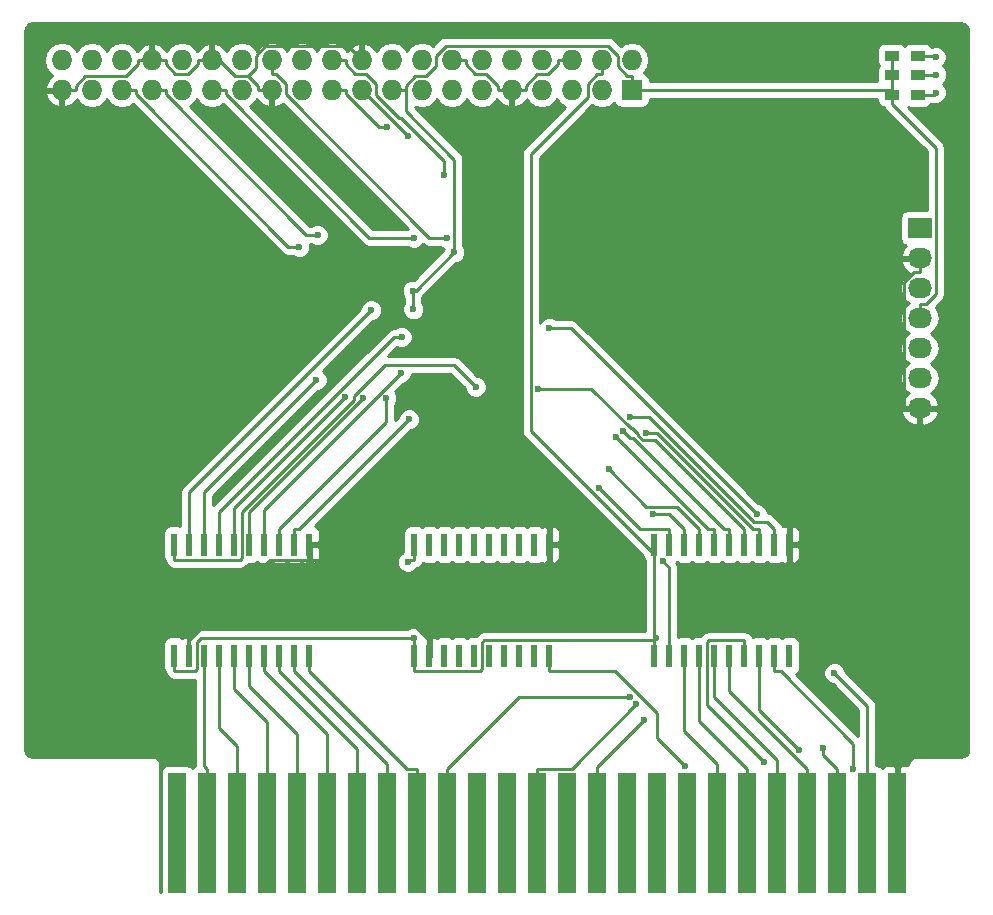
<source format=gbr>
G04 #@! TF.FileFunction,Copper,L2,Bot,Signal*
%FSLAX46Y46*%
G04 Gerber Fmt 4.6, Leading zero omitted, Abs format (unit mm)*
G04 Created by KiCad (PCBNEW 4.0.7) date 03/23/18 01:44:06*
%MOMM*%
%LPD*%
G01*
G04 APERTURE LIST*
%ADD10C,0.100000*%
%ADD11R,1.727200X1.727200*%
%ADD12O,1.727200X1.727200*%
%ADD13R,1.524000X10.160000*%
%ADD14R,0.600000X1.950000*%
%ADD15R,2.032000X1.727200*%
%ADD16O,2.032000X1.727200*%
%ADD17R,1.200000X0.900000*%
%ADD18C,0.600000*%
%ADD19C,0.250000*%
%ADD20C,0.254000*%
G04 APERTURE END LIST*
D10*
D11*
X156210000Y-74930000D03*
D12*
X156210000Y-72390000D03*
X153670000Y-74930000D03*
X153670000Y-72390000D03*
X151130000Y-74930000D03*
X151130000Y-72390000D03*
X148590000Y-74930000D03*
X148590000Y-72390000D03*
X146050000Y-74930000D03*
X146050000Y-72390000D03*
X143510000Y-74930000D03*
X143510000Y-72390000D03*
X140970000Y-74930000D03*
X140970000Y-72390000D03*
X138430000Y-74930000D03*
X138430000Y-72390000D03*
X135890000Y-74930000D03*
X135890000Y-72390000D03*
X133350000Y-74930000D03*
X133350000Y-72390000D03*
X130810000Y-74930000D03*
X130810000Y-72390000D03*
X128270000Y-74930000D03*
X128270000Y-72390000D03*
X125730000Y-74930000D03*
X125730000Y-72390000D03*
X123190000Y-74930000D03*
X123190000Y-72390000D03*
X120650000Y-74930000D03*
X120650000Y-72390000D03*
X118110000Y-74930000D03*
X118110000Y-72390000D03*
X115570000Y-74930000D03*
X115570000Y-72390000D03*
X113030000Y-74930000D03*
X113030000Y-72390000D03*
X110490000Y-74930000D03*
X110490000Y-72390000D03*
X107950000Y-74930000D03*
X107950000Y-72390000D03*
D13*
X178689000Y-137795000D03*
X176149000Y-137795000D03*
X173609000Y-137795000D03*
X171069000Y-137795000D03*
X168529000Y-137795000D03*
X165989000Y-137795000D03*
X163449000Y-137795000D03*
X160909000Y-137795000D03*
X158369000Y-137795000D03*
X155829000Y-137795000D03*
X153289000Y-137795000D03*
X150749000Y-137795000D03*
X148209000Y-137795000D03*
X145669000Y-137795000D03*
X143129000Y-137795000D03*
X140589000Y-137795000D03*
X138049000Y-137795000D03*
X135509000Y-137795000D03*
X132969000Y-137795000D03*
X130429000Y-137795000D03*
X127889000Y-137795000D03*
X125349000Y-137795000D03*
X122809000Y-137795000D03*
X120269000Y-137795000D03*
X117729000Y-137795000D03*
D14*
X117475000Y-113410000D03*
X118745000Y-113410000D03*
X120015000Y-113410000D03*
X121285000Y-113410000D03*
X122555000Y-113410000D03*
X123825000Y-113410000D03*
X125095000Y-113410000D03*
X126365000Y-113410000D03*
X127635000Y-113410000D03*
X128905000Y-113410000D03*
X128905000Y-122810000D03*
X127635000Y-122810000D03*
X126365000Y-122810000D03*
X125095000Y-122810000D03*
X123825000Y-122810000D03*
X122555000Y-122810000D03*
X121285000Y-122810000D03*
X120015000Y-122810000D03*
X118745000Y-122810000D03*
X117475000Y-122810000D03*
X137795000Y-113410000D03*
X139065000Y-113410000D03*
X140335000Y-113410000D03*
X141605000Y-113410000D03*
X142875000Y-113410000D03*
X144145000Y-113410000D03*
X145415000Y-113410000D03*
X146685000Y-113410000D03*
X147955000Y-113410000D03*
X149225000Y-113410000D03*
X149225000Y-122810000D03*
X147955000Y-122810000D03*
X146685000Y-122810000D03*
X145415000Y-122810000D03*
X144145000Y-122810000D03*
X142875000Y-122810000D03*
X141605000Y-122810000D03*
X140335000Y-122810000D03*
X139065000Y-122810000D03*
X137795000Y-122810000D03*
X158115000Y-113410000D03*
X159385000Y-113410000D03*
X160655000Y-113410000D03*
X161925000Y-113410000D03*
X163195000Y-113410000D03*
X164465000Y-113410000D03*
X165735000Y-113410000D03*
X167005000Y-113410000D03*
X168275000Y-113410000D03*
X169545000Y-113410000D03*
X169545000Y-122810000D03*
X168275000Y-122810000D03*
X167005000Y-122810000D03*
X165735000Y-122810000D03*
X164465000Y-122810000D03*
X163195000Y-122810000D03*
X161925000Y-122810000D03*
X160655000Y-122810000D03*
X159385000Y-122810000D03*
X158115000Y-122810000D03*
D15*
X180594000Y-86614000D03*
D16*
X180594000Y-89154000D03*
X180594000Y-91694000D03*
X180594000Y-94234000D03*
X180594000Y-96774000D03*
X180594000Y-99314000D03*
X180594000Y-101854000D03*
D17*
X178224000Y-72009000D03*
X180424000Y-72009000D03*
X178224000Y-73660000D03*
X180424000Y-73660000D03*
X178224000Y-75311000D03*
X180424000Y-75311000D03*
D18*
X137264900Y-78831900D03*
X135479800Y-78083700D03*
X140275900Y-82137000D03*
X140544600Y-87432100D03*
X137775600Y-87435700D03*
X129601200Y-87189000D03*
X128072100Y-88213300D03*
X137795000Y-121305700D03*
X158248600Y-121297300D03*
X174978000Y-132389700D03*
X170397700Y-130797400D03*
X167445300Y-131833500D03*
X160708700Y-132189400D03*
X145556300Y-118379000D03*
X173362500Y-124288300D03*
X156582400Y-126945400D03*
X156067000Y-126320000D03*
X172402100Y-130629300D03*
X157262300Y-128280800D03*
X142999000Y-100050400D03*
X134142800Y-93583300D03*
X129513300Y-99464300D03*
X136718900Y-95844000D03*
X131952500Y-100917600D03*
X133435800Y-101031900D03*
X136682000Y-98853000D03*
X135429000Y-101015300D03*
X137351200Y-102815200D03*
X137246400Y-114879700D03*
X166782000Y-110830200D03*
X149234500Y-95106500D03*
X153416900Y-108608400D03*
X158017500Y-110829900D03*
X154249700Y-107049200D03*
X158816000Y-114831800D03*
X154843300Y-104299700D03*
X155443200Y-103767600D03*
X148291100Y-100238400D03*
X157397500Y-103953200D03*
X156072600Y-102628300D03*
X141184000Y-88649700D03*
X137718900Y-93481500D03*
X137649900Y-91911700D03*
X181975200Y-75140400D03*
X181984100Y-73617900D03*
X181954800Y-72134700D03*
D19*
X133363000Y-74930000D02*
X137264900Y-78831900D01*
X133350000Y-74930000D02*
X133363000Y-74930000D01*
X131998900Y-75301500D02*
X131998900Y-74930000D01*
X134781100Y-78083700D02*
X131998900Y-75301500D01*
X135479800Y-78083700D02*
X134781100Y-78083700D01*
X130810000Y-74930000D02*
X131998900Y-74930000D01*
X130810000Y-72390000D02*
X131998900Y-72390000D01*
X140275900Y-80912800D02*
X140275900Y-82137000D01*
X136685200Y-77322100D02*
X140275900Y-80912800D01*
X136538600Y-77322100D02*
X136685200Y-77322100D01*
X134539000Y-75322500D02*
X136538600Y-77322100D01*
X134539000Y-74415700D02*
X134539000Y-75322500D01*
X133702200Y-73578900D02*
X134539000Y-74415700D01*
X132816200Y-73578900D02*
X133702200Y-73578900D01*
X131998900Y-72761600D02*
X132816200Y-73578900D01*
X131998900Y-72390000D02*
X131998900Y-72761600D01*
X125730000Y-72390000D02*
X125730000Y-73578900D01*
X139083700Y-87432100D02*
X140544600Y-87432100D01*
X126918900Y-75267300D02*
X139083700Y-87432100D01*
X126918900Y-74396200D02*
X126918900Y-75267300D01*
X126101600Y-73578900D02*
X126918900Y-74396200D01*
X125730000Y-73578900D02*
X126101600Y-73578900D01*
X120650000Y-74930000D02*
X121838900Y-74930000D01*
X133973100Y-87435700D02*
X137775600Y-87435700D01*
X121838900Y-75301500D02*
X133973100Y-87435700D01*
X121838900Y-74930000D02*
X121838900Y-75301500D01*
X115570000Y-74930000D02*
X116758900Y-74930000D01*
X128646400Y-87189000D02*
X129601200Y-87189000D01*
X116758900Y-75301500D02*
X128646400Y-87189000D01*
X116758900Y-74930000D02*
X116758900Y-75301500D01*
X113030000Y-74930000D02*
X114218900Y-74930000D01*
X127130700Y-88213300D02*
X128072100Y-88213300D01*
X114218900Y-75301500D02*
X127130700Y-88213300D01*
X114218900Y-74930000D02*
X114218900Y-75301500D01*
X137795000Y-122810000D02*
X137795000Y-121305700D01*
X119737900Y-121305700D02*
X137795000Y-121305700D01*
X119382000Y-121661600D02*
X119737900Y-121305700D01*
X119382000Y-123941800D02*
X119382000Y-121661600D01*
X119213500Y-124110300D02*
X119382000Y-123941800D01*
X117475000Y-124110300D02*
X119213500Y-124110300D01*
X117475000Y-122810000D02*
X117475000Y-124110300D01*
X158115000Y-122810000D02*
X158115000Y-121509700D01*
X158115000Y-121297300D02*
X158248600Y-121297300D01*
X158115000Y-121509700D02*
X158115000Y-121297300D01*
X158115000Y-121297300D02*
X158115000Y-114060100D01*
X137795000Y-122810000D02*
X137795000Y-124110300D01*
X143369100Y-124110300D02*
X137795000Y-124110300D01*
X143519600Y-123959800D02*
X143369100Y-124110300D01*
X143519600Y-121700300D02*
X143519600Y-123959800D01*
X143710200Y-121509700D02*
X143519600Y-121700300D01*
X158115000Y-121509700D02*
X143710200Y-121509700D01*
X158115000Y-113410000D02*
X158115000Y-113966200D01*
X158115000Y-113966200D02*
X158115000Y-114060100D01*
X153298400Y-73578900D02*
X153670000Y-73578900D01*
X152481100Y-74396200D02*
X153298400Y-73578900D01*
X152481100Y-75506300D02*
X152481100Y-74396200D01*
X147654200Y-80333200D02*
X152481100Y-75506300D01*
X147654200Y-103760200D02*
X147654200Y-80333200D01*
X157860200Y-113966200D02*
X147654200Y-103760200D01*
X158115000Y-113966200D02*
X157860200Y-113966200D01*
X153670000Y-72390000D02*
X153670000Y-73578900D01*
X168275000Y-122810000D02*
X168275000Y-124110300D01*
X174978000Y-130266200D02*
X174978000Y-132389700D01*
X168822100Y-124110300D02*
X174978000Y-130266200D01*
X168275000Y-124110300D02*
X168822100Y-124110300D01*
X167005000Y-122810000D02*
X167005000Y-124110300D01*
X167005000Y-127404700D02*
X170397700Y-130797400D01*
X167005000Y-124110300D02*
X167005000Y-127404700D01*
X162569600Y-126957800D02*
X167445300Y-131833500D01*
X162569600Y-121656600D02*
X162569600Y-126957800D01*
X162716500Y-121509700D02*
X162569600Y-121656600D01*
X165735000Y-121509700D02*
X162716500Y-121509700D01*
X165735000Y-122810000D02*
X165735000Y-121509700D01*
X158345100Y-129825800D02*
X160708700Y-132189400D01*
X158345000Y-129825800D02*
X158345100Y-129825800D01*
X158345000Y-127694500D02*
X158345000Y-129825800D01*
X154760800Y-124110300D02*
X158345000Y-127694500D01*
X149225000Y-124110300D02*
X154760800Y-124110300D01*
X149225000Y-122810000D02*
X149225000Y-124110300D01*
X109138900Y-74558400D02*
X109138900Y-74930000D01*
X109956200Y-73741100D02*
X109138900Y-74558400D01*
X113401600Y-73741100D02*
X109956200Y-73741100D01*
X114381100Y-72761600D02*
X113401600Y-73741100D01*
X114381100Y-72390000D02*
X114381100Y-72761600D01*
X115570000Y-72390000D02*
X114381100Y-72390000D01*
X107950000Y-74930000D02*
X109138900Y-74930000D01*
X116758900Y-72761600D02*
X116758900Y-72390000D01*
X117576200Y-73578900D02*
X116758900Y-72761600D01*
X118643700Y-73578900D02*
X117576200Y-73578900D01*
X119461100Y-72761500D02*
X118643700Y-73578900D01*
X119461100Y-72390000D02*
X119461100Y-72761500D01*
X120650000Y-72390000D02*
X119461100Y-72390000D01*
X115570000Y-72390000D02*
X116758900Y-72390000D01*
X120650000Y-72390000D02*
X121238600Y-72390000D01*
X125730000Y-74930000D02*
X124541100Y-74930000D01*
X124379000Y-73085900D02*
X123723800Y-73741100D01*
X124379000Y-72001200D02*
X124379000Y-73085900D01*
X125179200Y-71201000D02*
X124379000Y-72001200D01*
X132161000Y-71201000D02*
X125179200Y-71201000D01*
X133350000Y-72390000D02*
X132161000Y-71201000D01*
X122589700Y-73741100D02*
X123723800Y-73741100D01*
X121238600Y-72390000D02*
X122589700Y-73741100D01*
X124541100Y-74558400D02*
X124541100Y-74930000D01*
X123723800Y-73741100D02*
X124541100Y-74558400D01*
X128905000Y-113410000D02*
X128905000Y-114710300D01*
X125544400Y-114710300D02*
X128905000Y-114710300D01*
X118745000Y-121509700D02*
X125544400Y-114710300D01*
X118745000Y-122810000D02*
X118745000Y-121509700D01*
X142158900Y-72761600D02*
X142158900Y-72390000D01*
X142976200Y-73578900D02*
X142158900Y-72761600D01*
X143881600Y-73578900D02*
X142976200Y-73578900D01*
X144861100Y-74558400D02*
X143881600Y-73578900D01*
X144861100Y-74930000D02*
X144861100Y-74558400D01*
X146050000Y-74930000D02*
X144861100Y-74930000D01*
X140970000Y-72390000D02*
X142158900Y-72390000D01*
X180594000Y-89154000D02*
X180594000Y-90342900D01*
X180594000Y-101854000D02*
X179252700Y-101854000D01*
X139065000Y-122810000D02*
X139065000Y-121509700D01*
X132265600Y-114710300D02*
X128905000Y-114710300D01*
X139065000Y-121509700D02*
X132265600Y-114710300D01*
X180073900Y-90342900D02*
X180594000Y-90342900D01*
X179252700Y-91164100D02*
X180073900Y-90342900D01*
X179252700Y-101854000D02*
X179252700Y-91164100D01*
X169545000Y-111561700D02*
X169545000Y-113410000D01*
X179252700Y-101854000D02*
X169545000Y-111561700D01*
X178689000Y-123854300D02*
X178689000Y-137795000D01*
X169545000Y-114710300D02*
X178689000Y-123854300D01*
X169545000Y-113410000D02*
X169545000Y-114710300D01*
X149225000Y-113410000D02*
X149225000Y-112109700D01*
X146050000Y-108934700D02*
X146050000Y-74930000D01*
X149225000Y-112109700D02*
X146050000Y-108934700D01*
X149941100Y-72761600D02*
X149941100Y-72390000D01*
X149123800Y-73578900D02*
X149941100Y-72761600D01*
X148218400Y-73578900D02*
X149123800Y-73578900D01*
X147238900Y-74558400D02*
X148218400Y-73578900D01*
X147238900Y-74930000D02*
X147238900Y-74558400D01*
X146050000Y-74930000D02*
X147238900Y-74930000D01*
X151130000Y-72390000D02*
X149941100Y-72390000D01*
X149225000Y-113410000D02*
X149225000Y-114710300D01*
X142195700Y-118379000D02*
X145556300Y-118379000D01*
X139065000Y-121509700D02*
X142195700Y-118379000D01*
X145556300Y-118379000D02*
X149225000Y-114710300D01*
X176149000Y-127074800D02*
X173362500Y-124288300D01*
X176149000Y-137795000D02*
X176149000Y-127074800D01*
X171069000Y-137795000D02*
X171069000Y-132389700D01*
X164465000Y-125785700D02*
X164465000Y-122810000D01*
X171069000Y-132389700D02*
X164465000Y-125785700D01*
X168529000Y-137795000D02*
X168529000Y-132389700D01*
X163195000Y-126342000D02*
X163195000Y-122810000D01*
X168529000Y-131676000D02*
X163195000Y-126342000D01*
X168529000Y-132389700D02*
X168529000Y-131676000D01*
X161925000Y-128325700D02*
X165989000Y-132389700D01*
X161925000Y-122810000D02*
X161925000Y-128325700D01*
X165989000Y-137795000D02*
X165989000Y-132389700D01*
X163449000Y-132005100D02*
X163449000Y-137795000D01*
X160655000Y-129211100D02*
X163449000Y-132005100D01*
X160655000Y-122810000D02*
X160655000Y-129211100D01*
X151138100Y-132389700D02*
X156582400Y-126945400D01*
X148209000Y-132389700D02*
X151138100Y-132389700D01*
X148209000Y-137795000D02*
X148209000Y-132389700D01*
X140589000Y-137795000D02*
X140589000Y-132389700D01*
X156067000Y-126320100D02*
X156067000Y-126320000D01*
X146658600Y-126320100D02*
X156067000Y-126320100D01*
X140589000Y-132389700D02*
X146658600Y-126320100D01*
X137184400Y-132389700D02*
X138049000Y-132389700D01*
X128905000Y-124110300D02*
X137184400Y-132389700D01*
X128905000Y-122810000D02*
X128905000Y-124110300D01*
X138049000Y-137795000D02*
X138049000Y-132389700D01*
X135509000Y-131984300D02*
X127635000Y-124110300D01*
X135509000Y-137795000D02*
X135509000Y-131984300D01*
X127635000Y-122810000D02*
X127635000Y-124110300D01*
X132969000Y-130714300D02*
X132969000Y-137795000D01*
X126365000Y-124110300D02*
X132969000Y-130714300D01*
X126365000Y-122810000D02*
X126365000Y-124110300D01*
X130429000Y-129444300D02*
X130429000Y-137795000D01*
X125095000Y-124110300D02*
X130429000Y-129444300D01*
X125095000Y-122810000D02*
X125095000Y-124110300D01*
X127889000Y-129477500D02*
X127889000Y-137795000D01*
X123825000Y-125413500D02*
X127889000Y-129477500D01*
X123825000Y-122810000D02*
X123825000Y-125413500D01*
X125349000Y-128448300D02*
X125349000Y-137795000D01*
X122555000Y-125654300D02*
X125349000Y-128448300D01*
X122555000Y-122810000D02*
X122555000Y-125654300D01*
X122809000Y-130486600D02*
X122809000Y-137795000D01*
X121285000Y-128962600D02*
X122809000Y-130486600D01*
X121285000Y-122810000D02*
X121285000Y-128962600D01*
X120015000Y-132135700D02*
X120269000Y-132389700D01*
X120015000Y-124110300D02*
X120015000Y-132135700D01*
X120015000Y-122810000D02*
X120015000Y-124110300D01*
X120269000Y-137795000D02*
X120269000Y-132389700D01*
X172402100Y-131182800D02*
X173609000Y-132389700D01*
X172402100Y-130629300D02*
X172402100Y-131182800D01*
X173609000Y-137795000D02*
X173609000Y-132389700D01*
X153289000Y-132254100D02*
X153289000Y-137795000D01*
X157262300Y-128280800D02*
X153289000Y-132254100D01*
X123032000Y-114710300D02*
X117475000Y-114710300D01*
X123180400Y-114561900D02*
X123032000Y-114710300D01*
X123180400Y-110650400D02*
X123180400Y-114561900D01*
X132694100Y-101136700D02*
X123180400Y-110650400D01*
X132694100Y-100849100D02*
X132694100Y-101136700D01*
X135317900Y-98225300D02*
X132694100Y-100849100D01*
X141173900Y-98225300D02*
X135317900Y-98225300D01*
X142999000Y-100050400D02*
X141173900Y-98225300D01*
X117475000Y-113410000D02*
X117475000Y-114710300D01*
X118745000Y-108981100D02*
X134142800Y-93583300D01*
X118745000Y-113410000D02*
X118745000Y-108981100D01*
X120015000Y-108962600D02*
X129513300Y-99464300D01*
X120015000Y-113410000D02*
X120015000Y-108962600D01*
X121285000Y-110656200D02*
X121285000Y-113410000D01*
X136097200Y-95844000D02*
X121285000Y-110656200D01*
X136718900Y-95844000D02*
X136097200Y-95844000D01*
X122555000Y-110315100D02*
X131952500Y-100917600D01*
X122555000Y-113410000D02*
X122555000Y-110315100D01*
X123825000Y-110642700D02*
X133435800Y-101031900D01*
X123825000Y-113410000D02*
X123825000Y-110642700D01*
X125095000Y-110440000D02*
X136682000Y-98853000D01*
X125095000Y-113410000D02*
X125095000Y-110440000D01*
X126365000Y-113410000D02*
X126365000Y-112109700D01*
X135429000Y-103045700D02*
X135429000Y-101015300D01*
X126365000Y-112109700D02*
X135429000Y-103045700D01*
X127635000Y-113410000D02*
X127635000Y-112109700D01*
X128056700Y-112109700D02*
X127635000Y-112109700D01*
X137351200Y-102815200D02*
X128056700Y-112109700D01*
X137795000Y-113410000D02*
X137795000Y-114710300D01*
X137415800Y-114710300D02*
X137795000Y-114710300D01*
X137246400Y-114879700D02*
X137415800Y-114710300D01*
X151058300Y-95106500D02*
X166782000Y-110830200D01*
X149234500Y-95106500D02*
X151058300Y-95106500D01*
X159385000Y-113410000D02*
X159385000Y-112109700D01*
X156918200Y-112109700D02*
X153416900Y-108608400D01*
X159385000Y-112109700D02*
X156918200Y-112109700D01*
X160655000Y-113410000D02*
X160655000Y-112109700D01*
X159375200Y-110829900D02*
X158017500Y-110829900D01*
X160655000Y-112109700D02*
X159375200Y-110829900D01*
X161925000Y-113410000D02*
X161925000Y-112109700D01*
X157402900Y-110202400D02*
X154249700Y-107049200D01*
X157402900Y-110202500D02*
X157402900Y-110202400D01*
X160017800Y-110202500D02*
X157402900Y-110202500D01*
X161925000Y-112109700D02*
X160017800Y-110202500D01*
X159385000Y-115400800D02*
X158816000Y-114831800D01*
X159385000Y-122810000D02*
X159385000Y-115400800D01*
X163195000Y-113410000D02*
X163195000Y-112109700D01*
X162653300Y-112109700D02*
X154843300Y-104299700D01*
X163195000Y-112109700D02*
X162653300Y-112109700D01*
X164465000Y-113410000D02*
X164465000Y-112109700D01*
X156074300Y-104398700D02*
X155443200Y-103767600D01*
X156321900Y-104398700D02*
X156074300Y-104398700D01*
X156321900Y-104398800D02*
X156321900Y-104398700D01*
X164032800Y-112109700D02*
X156321900Y-104398800D01*
X164465000Y-112109700D02*
X164032800Y-112109700D01*
X165735000Y-113410000D02*
X165735000Y-112109700D01*
X158203800Y-104578500D02*
X165735000Y-112109700D01*
X157138500Y-104578500D02*
X158203800Y-104578500D01*
X156772200Y-104212200D02*
X157138500Y-104578500D01*
X156772200Y-104077200D02*
X156772200Y-104212200D01*
X156257100Y-103562100D02*
X156772200Y-104077200D01*
X156122100Y-103562100D02*
X156257100Y-103562100D01*
X152798400Y-100238400D02*
X156122100Y-103562100D01*
X148291100Y-100238400D02*
X152798400Y-100238400D01*
X167005000Y-113410000D02*
X167005000Y-112109700D01*
X158326500Y-103953200D02*
X157397500Y-103953200D01*
X166483000Y-112109700D02*
X158326500Y-103953200D01*
X167005000Y-112109700D02*
X166483000Y-112109700D01*
X168275000Y-113410000D02*
X168275000Y-112109700D01*
X157695800Y-102628300D02*
X156072600Y-102628300D01*
X166523900Y-111456400D02*
X157695800Y-102628300D01*
X167621700Y-111456400D02*
X166523900Y-111456400D01*
X168275000Y-112109700D02*
X167621700Y-111456400D01*
X156482200Y-74930000D02*
X157398900Y-74930000D01*
X135890000Y-74930000D02*
X137078900Y-74930000D01*
X156482200Y-74930000D02*
X156210000Y-74930000D01*
X137078900Y-74558400D02*
X137078900Y-74930000D01*
X137896200Y-73741100D02*
X137078900Y-74558400D01*
X138782200Y-73741100D02*
X137896200Y-73741100D01*
X139619000Y-72904300D02*
X138782200Y-73741100D01*
X139619000Y-72005900D02*
X139619000Y-72904300D01*
X140451800Y-71173100D02*
X139619000Y-72005900D01*
X154186200Y-71173100D02*
X140451800Y-71173100D01*
X155021100Y-72008000D02*
X154186200Y-71173100D01*
X155021100Y-72923800D02*
X155021100Y-72008000D01*
X155838400Y-73741100D02*
X155021100Y-72923800D01*
X156210000Y-73741100D02*
X155838400Y-73741100D01*
X156210000Y-74930000D02*
X156210000Y-73741100D01*
X141184000Y-80814700D02*
X141184000Y-88649700D01*
X137078900Y-76709600D02*
X141184000Y-80814700D01*
X137078900Y-74930000D02*
X137078900Y-76709600D01*
X137718900Y-91911700D02*
X137649900Y-91911700D01*
X137922000Y-91911700D02*
X137718900Y-91911700D01*
X141184000Y-88649700D02*
X137922000Y-91911700D01*
X137718900Y-91911700D02*
X137718900Y-93481500D01*
X181114100Y-93045100D02*
X180594000Y-93045100D01*
X181945000Y-92214200D02*
X181114100Y-93045100D01*
X181945000Y-79807300D02*
X181945000Y-92214200D01*
X178224000Y-76086300D02*
X181945000Y-79807300D01*
X178224000Y-75311000D02*
X178224000Y-76086300D01*
X180594000Y-94234000D02*
X180594000Y-93045100D01*
X178224000Y-73660000D02*
X178224000Y-72009000D01*
X178224000Y-74930000D02*
X157398900Y-74930000D01*
X178224000Y-73660000D02*
X178224000Y-74930000D01*
X178224000Y-74930000D02*
X178224000Y-75311000D01*
X181804600Y-75311000D02*
X181975200Y-75140400D01*
X180424000Y-75311000D02*
X181804600Y-75311000D01*
X181942000Y-73660000D02*
X181984100Y-73617900D01*
X180424000Y-73660000D02*
X181942000Y-73660000D01*
X181829100Y-72009000D02*
X181954800Y-72134700D01*
X180424000Y-72009000D02*
X181829100Y-72009000D01*
D20*
G36*
X184358979Y-69345478D02*
X184536145Y-69463856D01*
X184654521Y-69641019D01*
X184710000Y-69919931D01*
X184710000Y-130740069D01*
X184654521Y-131018981D01*
X184536145Y-131196144D01*
X184358979Y-131314522D01*
X184080070Y-131370000D01*
X180340000Y-131370000D01*
X180068295Y-131424046D01*
X179837954Y-131577954D01*
X179684046Y-131808295D01*
X179630000Y-132080000D01*
X179630000Y-132101825D01*
X179577310Y-132080000D01*
X178974750Y-132080000D01*
X178816000Y-132238750D01*
X178816000Y-137668000D01*
X178836000Y-137668000D01*
X178836000Y-137922000D01*
X178816000Y-137922000D01*
X178816000Y-137942000D01*
X178562000Y-137942000D01*
X178562000Y-137922000D01*
X178542000Y-137922000D01*
X178542000Y-137668000D01*
X178562000Y-137668000D01*
X178562000Y-132238750D01*
X178403250Y-132080000D01*
X177800690Y-132080000D01*
X177567301Y-132176673D01*
X177416329Y-132327646D01*
X177375090Y-132263559D01*
X177162890Y-132118569D01*
X176911000Y-132067560D01*
X176909000Y-132067560D01*
X176909000Y-127074800D01*
X176851148Y-126783961D01*
X176686401Y-126537399D01*
X174297622Y-124148620D01*
X174297662Y-124103133D01*
X174155617Y-123759357D01*
X173892827Y-123496108D01*
X173549299Y-123353462D01*
X173177333Y-123353138D01*
X172833557Y-123495183D01*
X172570308Y-123757973D01*
X172427662Y-124101501D01*
X172427338Y-124473467D01*
X172569383Y-124817243D01*
X172832173Y-125080492D01*
X173175701Y-125223138D01*
X173222577Y-125223179D01*
X175389000Y-127389602D01*
X175389000Y-129602398D01*
X170137785Y-124351183D01*
X170296441Y-124249090D01*
X170441431Y-124036890D01*
X170492440Y-123785000D01*
X170492440Y-121835000D01*
X170448162Y-121599683D01*
X170309090Y-121383559D01*
X170096890Y-121238569D01*
X169845000Y-121187560D01*
X169245000Y-121187560D01*
X169009683Y-121231838D01*
X168910472Y-121295678D01*
X168826890Y-121238569D01*
X168575000Y-121187560D01*
X167975000Y-121187560D01*
X167739683Y-121231838D01*
X167640472Y-121295678D01*
X167556890Y-121238569D01*
X167305000Y-121187560D01*
X166705000Y-121187560D01*
X166469683Y-121231838D01*
X166443128Y-121248926D01*
X166437148Y-121218861D01*
X166272401Y-120972299D01*
X166025839Y-120807552D01*
X165735000Y-120749700D01*
X162716500Y-120749700D01*
X162425661Y-120807552D01*
X162179099Y-120972299D01*
X162032199Y-121119199D01*
X161986522Y-121187560D01*
X161625000Y-121187560D01*
X161389683Y-121231838D01*
X161290472Y-121295678D01*
X161206890Y-121238569D01*
X160955000Y-121187560D01*
X160355000Y-121187560D01*
X160145000Y-121227074D01*
X160145000Y-115400800D01*
X160087148Y-115109961D01*
X159980072Y-114949710D01*
X160019528Y-114924322D01*
X160103110Y-114981431D01*
X160355000Y-115032440D01*
X160955000Y-115032440D01*
X161190317Y-114988162D01*
X161289528Y-114924322D01*
X161373110Y-114981431D01*
X161625000Y-115032440D01*
X162225000Y-115032440D01*
X162460317Y-114988162D01*
X162559528Y-114924322D01*
X162643110Y-114981431D01*
X162895000Y-115032440D01*
X163495000Y-115032440D01*
X163730317Y-114988162D01*
X163829528Y-114924322D01*
X163913110Y-114981431D01*
X164165000Y-115032440D01*
X164765000Y-115032440D01*
X165000317Y-114988162D01*
X165099528Y-114924322D01*
X165183110Y-114981431D01*
X165435000Y-115032440D01*
X166035000Y-115032440D01*
X166270317Y-114988162D01*
X166369528Y-114924322D01*
X166453110Y-114981431D01*
X166705000Y-115032440D01*
X167305000Y-115032440D01*
X167540317Y-114988162D01*
X167639528Y-114924322D01*
X167723110Y-114981431D01*
X167975000Y-115032440D01*
X168575000Y-115032440D01*
X168810317Y-114988162D01*
X168900980Y-114929822D01*
X169118690Y-115020000D01*
X169259250Y-115020000D01*
X169418000Y-114861250D01*
X169418000Y-113537000D01*
X169672000Y-113537000D01*
X169672000Y-114861250D01*
X169830750Y-115020000D01*
X169971310Y-115020000D01*
X170204699Y-114923327D01*
X170383327Y-114744698D01*
X170480000Y-114511309D01*
X170480000Y-113695750D01*
X170321250Y-113537000D01*
X169672000Y-113537000D01*
X169418000Y-113537000D01*
X169398000Y-113537000D01*
X169398000Y-113283000D01*
X169418000Y-113283000D01*
X169418000Y-111958750D01*
X169672000Y-111958750D01*
X169672000Y-113283000D01*
X170321250Y-113283000D01*
X170480000Y-113124250D01*
X170480000Y-112308691D01*
X170383327Y-112075302D01*
X170204699Y-111896673D01*
X169971310Y-111800000D01*
X169830750Y-111800000D01*
X169672000Y-111958750D01*
X169418000Y-111958750D01*
X169259250Y-111800000D01*
X169118690Y-111800000D01*
X168984456Y-111855602D01*
X168977148Y-111818861D01*
X168812401Y-111572299D01*
X168159101Y-110918999D01*
X167912539Y-110754252D01*
X167717101Y-110715377D01*
X167717162Y-110645033D01*
X167575117Y-110301257D01*
X167312327Y-110038008D01*
X166968799Y-109895362D01*
X166921923Y-109895321D01*
X159239628Y-102213026D01*
X178986642Y-102213026D01*
X178989291Y-102228791D01*
X179243268Y-102756036D01*
X179679680Y-103145954D01*
X180232087Y-103339184D01*
X180467000Y-103194924D01*
X180467000Y-101981000D01*
X180721000Y-101981000D01*
X180721000Y-103194924D01*
X180955913Y-103339184D01*
X181508320Y-103145954D01*
X181944732Y-102756036D01*
X182198709Y-102228791D01*
X182201358Y-102213026D01*
X182080217Y-101981000D01*
X180721000Y-101981000D01*
X180467000Y-101981000D01*
X179107783Y-101981000D01*
X178986642Y-102213026D01*
X159239628Y-102213026D01*
X151595701Y-94569099D01*
X151349139Y-94404352D01*
X151058300Y-94346500D01*
X149796963Y-94346500D01*
X149764827Y-94314308D01*
X149421299Y-94171662D01*
X149049333Y-94171338D01*
X148705557Y-94313383D01*
X148442308Y-94576173D01*
X148414200Y-94643864D01*
X148414200Y-80648002D01*
X152869800Y-76192402D01*
X153096511Y-76343885D01*
X153670000Y-76457959D01*
X154243489Y-76343885D01*
X154729670Y-76019029D01*
X154738805Y-76005358D01*
X154743238Y-76028917D01*
X154882310Y-76245041D01*
X155094510Y-76390031D01*
X155346400Y-76441040D01*
X157073600Y-76441040D01*
X157308917Y-76396762D01*
X157525041Y-76257690D01*
X157670031Y-76045490D01*
X157721040Y-75793600D01*
X157721040Y-75690000D01*
X176976560Y-75690000D01*
X176976560Y-75761000D01*
X177020838Y-75996317D01*
X177159910Y-76212441D01*
X177372110Y-76357431D01*
X177530055Y-76389416D01*
X177686599Y-76623701D01*
X181185000Y-80122102D01*
X181185000Y-85102960D01*
X179578000Y-85102960D01*
X179342683Y-85147238D01*
X179126559Y-85286310D01*
X178981569Y-85498510D01*
X178930560Y-85750400D01*
X178930560Y-87477600D01*
X178974838Y-87712917D01*
X179113910Y-87929041D01*
X179326110Y-88074031D01*
X179420927Y-88093232D01*
X179243268Y-88251964D01*
X178989291Y-88779209D01*
X178986642Y-88794974D01*
X179107783Y-89027000D01*
X180467000Y-89027000D01*
X180467000Y-89007000D01*
X180721000Y-89007000D01*
X180721000Y-89027000D01*
X180741000Y-89027000D01*
X180741000Y-89281000D01*
X180721000Y-89281000D01*
X180721000Y-89301000D01*
X180467000Y-89301000D01*
X180467000Y-89281000D01*
X179107783Y-89281000D01*
X178986642Y-89513026D01*
X178989291Y-89528791D01*
X179243268Y-90056036D01*
X179659069Y-90427539D01*
X179349585Y-90634330D01*
X179024729Y-91120511D01*
X178910655Y-91694000D01*
X179024729Y-92267489D01*
X179349585Y-92753670D01*
X179664366Y-92964000D01*
X179349585Y-93174330D01*
X179024729Y-93660511D01*
X178910655Y-94234000D01*
X179024729Y-94807489D01*
X179349585Y-95293670D01*
X179664366Y-95504000D01*
X179349585Y-95714330D01*
X179024729Y-96200511D01*
X178910655Y-96774000D01*
X179024729Y-97347489D01*
X179349585Y-97833670D01*
X179664366Y-98044000D01*
X179349585Y-98254330D01*
X179024729Y-98740511D01*
X178910655Y-99314000D01*
X179024729Y-99887489D01*
X179349585Y-100373670D01*
X179659069Y-100580461D01*
X179243268Y-100951964D01*
X178989291Y-101479209D01*
X178986642Y-101494974D01*
X179107783Y-101727000D01*
X180467000Y-101727000D01*
X180467000Y-101707000D01*
X180721000Y-101707000D01*
X180721000Y-101727000D01*
X182080217Y-101727000D01*
X182201358Y-101494974D01*
X182198709Y-101479209D01*
X181944732Y-100951964D01*
X181528931Y-100580461D01*
X181838415Y-100373670D01*
X182163271Y-99887489D01*
X182277345Y-99314000D01*
X182163271Y-98740511D01*
X181838415Y-98254330D01*
X181523634Y-98044000D01*
X181838415Y-97833670D01*
X182163271Y-97347489D01*
X182277345Y-96774000D01*
X182163271Y-96200511D01*
X181838415Y-95714330D01*
X181523634Y-95504000D01*
X181838415Y-95293670D01*
X182163271Y-94807489D01*
X182277345Y-94234000D01*
X182163271Y-93660511D01*
X181927038Y-93306964D01*
X182482401Y-92751601D01*
X182647148Y-92505039D01*
X182705000Y-92214200D01*
X182705000Y-79807300D01*
X182647148Y-79516461D01*
X182482401Y-79269899D01*
X179565237Y-76352735D01*
X179572110Y-76357431D01*
X179824000Y-76408440D01*
X181024000Y-76408440D01*
X181259317Y-76364162D01*
X181475441Y-76225090D01*
X181580726Y-76071000D01*
X181778195Y-76071000D01*
X181788401Y-76075238D01*
X182160367Y-76075562D01*
X182504143Y-75933517D01*
X182767392Y-75670727D01*
X182910038Y-75327199D01*
X182910362Y-74955233D01*
X182768317Y-74611457D01*
X182540683Y-74383425D01*
X182776292Y-74148227D01*
X182918938Y-73804699D01*
X182919262Y-73432733D01*
X182777217Y-73088957D01*
X182550166Y-72861510D01*
X182746992Y-72665027D01*
X182889638Y-72321499D01*
X182889962Y-71949533D01*
X182747917Y-71605757D01*
X182485127Y-71342508D01*
X182141599Y-71199862D01*
X181769633Y-71199538D01*
X181649926Y-71249000D01*
X181579105Y-71249000D01*
X181488090Y-71107559D01*
X181275890Y-70962569D01*
X181024000Y-70911560D01*
X179824000Y-70911560D01*
X179588683Y-70955838D01*
X179372559Y-71094910D01*
X179324866Y-71164711D01*
X179288090Y-71107559D01*
X179075890Y-70962569D01*
X178824000Y-70911560D01*
X177624000Y-70911560D01*
X177388683Y-70955838D01*
X177172559Y-71094910D01*
X177027569Y-71307110D01*
X176976560Y-71559000D01*
X176976560Y-72459000D01*
X177020838Y-72694317D01*
X177111521Y-72835242D01*
X177027569Y-72958110D01*
X176976560Y-73210000D01*
X176976560Y-74110000D01*
X176987850Y-74170000D01*
X157721040Y-74170000D01*
X157721040Y-74066400D01*
X157676762Y-73831083D01*
X157537690Y-73614959D01*
X157325490Y-73469969D01*
X157281655Y-73461092D01*
X157594526Y-72992848D01*
X157708600Y-72419359D01*
X157708600Y-72360641D01*
X157594526Y-71787152D01*
X157269670Y-71300971D01*
X156783489Y-70976115D01*
X156210000Y-70862041D01*
X155636511Y-70976115D01*
X155293326Y-71205424D01*
X154723601Y-70635699D01*
X154477039Y-70470952D01*
X154186200Y-70413100D01*
X140451800Y-70413100D01*
X140160961Y-70470952D01*
X139914399Y-70635699D01*
X139345475Y-71204623D01*
X139003489Y-70976115D01*
X138430000Y-70862041D01*
X137856511Y-70976115D01*
X137370330Y-71300971D01*
X137160000Y-71615752D01*
X136949670Y-71300971D01*
X136463489Y-70976115D01*
X135890000Y-70862041D01*
X135316511Y-70976115D01*
X134830330Y-71300971D01*
X134614336Y-71624228D01*
X134556821Y-71501510D01*
X134124947Y-71107312D01*
X133709026Y-70935042D01*
X133477000Y-71056183D01*
X133477000Y-72263000D01*
X133497000Y-72263000D01*
X133497000Y-72517000D01*
X133477000Y-72517000D01*
X133477000Y-72537000D01*
X133223000Y-72537000D01*
X133223000Y-72517000D01*
X133203000Y-72517000D01*
X133203000Y-72263000D01*
X133223000Y-72263000D01*
X133223000Y-71056183D01*
X132990974Y-70935042D01*
X132575053Y-71107312D01*
X132143179Y-71501510D01*
X132085664Y-71624228D01*
X131869670Y-71300971D01*
X131383489Y-70976115D01*
X130810000Y-70862041D01*
X130236511Y-70976115D01*
X129750330Y-71300971D01*
X129540000Y-71615752D01*
X129329670Y-71300971D01*
X128843489Y-70976115D01*
X128270000Y-70862041D01*
X127696511Y-70976115D01*
X127210330Y-71300971D01*
X127000000Y-71615752D01*
X126789670Y-71300971D01*
X126303489Y-70976115D01*
X125730000Y-70862041D01*
X125156511Y-70976115D01*
X124670330Y-71300971D01*
X124460000Y-71615752D01*
X124249670Y-71300971D01*
X123763489Y-70976115D01*
X123190000Y-70862041D01*
X122616511Y-70976115D01*
X122130330Y-71300971D01*
X121914336Y-71624228D01*
X121856821Y-71501510D01*
X121424947Y-71107312D01*
X121009026Y-70935042D01*
X120777000Y-71056183D01*
X120777000Y-72263000D01*
X120797000Y-72263000D01*
X120797000Y-72517000D01*
X120777000Y-72517000D01*
X120777000Y-72537000D01*
X120523000Y-72537000D01*
X120523000Y-72517000D01*
X120503000Y-72517000D01*
X120503000Y-72263000D01*
X120523000Y-72263000D01*
X120523000Y-71056183D01*
X120290974Y-70935042D01*
X119875053Y-71107312D01*
X119443179Y-71501510D01*
X119385664Y-71624228D01*
X119169670Y-71300971D01*
X118683489Y-70976115D01*
X118110000Y-70862041D01*
X117536511Y-70976115D01*
X117050330Y-71300971D01*
X116834336Y-71624228D01*
X116776821Y-71501510D01*
X116344947Y-71107312D01*
X115929026Y-70935042D01*
X115697000Y-71056183D01*
X115697000Y-72263000D01*
X115717000Y-72263000D01*
X115717000Y-72517000D01*
X115697000Y-72517000D01*
X115697000Y-72537000D01*
X115443000Y-72537000D01*
X115443000Y-72517000D01*
X115423000Y-72517000D01*
X115423000Y-72263000D01*
X115443000Y-72263000D01*
X115443000Y-71056183D01*
X115210974Y-70935042D01*
X114795053Y-71107312D01*
X114363179Y-71501510D01*
X114305664Y-71624228D01*
X114089670Y-71300971D01*
X113603489Y-70976115D01*
X113030000Y-70862041D01*
X112456511Y-70976115D01*
X111970330Y-71300971D01*
X111760000Y-71615752D01*
X111549670Y-71300971D01*
X111063489Y-70976115D01*
X110490000Y-70862041D01*
X109916511Y-70976115D01*
X109430330Y-71300971D01*
X109220000Y-71615752D01*
X109009670Y-71300971D01*
X108523489Y-70976115D01*
X107950000Y-70862041D01*
X107376511Y-70976115D01*
X106890330Y-71300971D01*
X106565474Y-71787152D01*
X106451400Y-72360641D01*
X106451400Y-72419359D01*
X106565474Y-72992848D01*
X106890330Y-73479029D01*
X107161161Y-73659992D01*
X106743179Y-74041510D01*
X106495032Y-74570973D01*
X106615531Y-74803000D01*
X107823000Y-74803000D01*
X107823000Y-74783000D01*
X108077000Y-74783000D01*
X108077000Y-74803000D01*
X108097000Y-74803000D01*
X108097000Y-75057000D01*
X108077000Y-75057000D01*
X108077000Y-76263817D01*
X108309026Y-76384958D01*
X108724947Y-76212688D01*
X109156821Y-75818490D01*
X109214336Y-75695772D01*
X109430330Y-76019029D01*
X109916511Y-76343885D01*
X110490000Y-76457959D01*
X111063489Y-76343885D01*
X111549670Y-76019029D01*
X111760000Y-75704248D01*
X111970330Y-76019029D01*
X112456511Y-76343885D01*
X113030000Y-76457959D01*
X113603489Y-76343885D01*
X113952968Y-76110370D01*
X126593299Y-88750701D01*
X126839861Y-88915448D01*
X127130700Y-88973300D01*
X127509637Y-88973300D01*
X127541773Y-89005492D01*
X127885301Y-89148138D01*
X128257267Y-89148462D01*
X128601043Y-89006417D01*
X128864292Y-88743627D01*
X129006938Y-88400099D01*
X129007262Y-88028133D01*
X128974565Y-87949000D01*
X129038737Y-87949000D01*
X129070873Y-87981192D01*
X129414401Y-88123838D01*
X129786367Y-88124162D01*
X130130143Y-87982117D01*
X130393392Y-87719327D01*
X130536038Y-87375799D01*
X130536362Y-87003833D01*
X130394317Y-86660057D01*
X130131527Y-86396808D01*
X129787999Y-86254162D01*
X129416033Y-86253838D01*
X129072257Y-86395883D01*
X129039082Y-86429000D01*
X128961202Y-86429000D01*
X118798943Y-76266741D01*
X119169670Y-76019029D01*
X119380000Y-75704248D01*
X119590330Y-76019029D01*
X120076511Y-76343885D01*
X120650000Y-76457959D01*
X121223489Y-76343885D01*
X121572968Y-76110370D01*
X133435699Y-87973101D01*
X133682260Y-88137848D01*
X133973100Y-88195700D01*
X137213137Y-88195700D01*
X137245273Y-88227892D01*
X137588801Y-88370538D01*
X137960767Y-88370862D01*
X138304543Y-88228817D01*
X138557089Y-87976711D01*
X138792861Y-88134248D01*
X139083700Y-88192100D01*
X139982137Y-88192100D01*
X140014273Y-88224292D01*
X140299126Y-88342574D01*
X140249162Y-88462901D01*
X140249121Y-88509777D01*
X137782084Y-90976814D01*
X137464733Y-90976538D01*
X137120957Y-91118583D01*
X136857708Y-91381373D01*
X136715062Y-91724901D01*
X136714738Y-92096867D01*
X136856783Y-92440643D01*
X136958900Y-92542938D01*
X136958900Y-92919037D01*
X136926708Y-92951173D01*
X136784062Y-93294701D01*
X136783738Y-93666667D01*
X136925783Y-94010443D01*
X137188573Y-94273692D01*
X137532101Y-94416338D01*
X137904067Y-94416662D01*
X138247843Y-94274617D01*
X138511092Y-94011827D01*
X138653738Y-93668299D01*
X138654062Y-93296333D01*
X138512017Y-92952557D01*
X138478900Y-92919382D01*
X138478900Y-92429602D01*
X141323680Y-89584822D01*
X141369167Y-89584862D01*
X141712943Y-89442817D01*
X141976192Y-89180027D01*
X142118838Y-88836499D01*
X142119162Y-88464533D01*
X141977117Y-88120757D01*
X141944000Y-88087582D01*
X141944000Y-80814700D01*
X141886148Y-80523861D01*
X141721401Y-80277299D01*
X137838900Y-76394798D01*
X137838900Y-76332118D01*
X137856511Y-76343885D01*
X138430000Y-76457959D01*
X139003489Y-76343885D01*
X139489670Y-76019029D01*
X139700000Y-75704248D01*
X139910330Y-76019029D01*
X140396511Y-76343885D01*
X140970000Y-76457959D01*
X141543489Y-76343885D01*
X142029670Y-76019029D01*
X142240000Y-75704248D01*
X142450330Y-76019029D01*
X142936511Y-76343885D01*
X143510000Y-76457959D01*
X144083489Y-76343885D01*
X144569670Y-76019029D01*
X144785664Y-75695772D01*
X144843179Y-75818490D01*
X145275053Y-76212688D01*
X145690974Y-76384958D01*
X145923000Y-76263817D01*
X145923000Y-75057000D01*
X145903000Y-75057000D01*
X145903000Y-74803000D01*
X145923000Y-74803000D01*
X145923000Y-74783000D01*
X146177000Y-74783000D01*
X146177000Y-74803000D01*
X146197000Y-74803000D01*
X146197000Y-75057000D01*
X146177000Y-75057000D01*
X146177000Y-76263817D01*
X146409026Y-76384958D01*
X146824947Y-76212688D01*
X147256821Y-75818490D01*
X147314336Y-75695772D01*
X147530330Y-76019029D01*
X148016511Y-76343885D01*
X148590000Y-76457959D01*
X149163489Y-76343885D01*
X149649670Y-76019029D01*
X149860000Y-75704248D01*
X150070330Y-76019029D01*
X150556511Y-76343885D01*
X150566689Y-76345909D01*
X147116799Y-79795799D01*
X146952052Y-80042361D01*
X146894200Y-80333200D01*
X146894200Y-103760200D01*
X146952052Y-104051039D01*
X147116799Y-104297601D01*
X157167560Y-114348362D01*
X157167560Y-114385000D01*
X157211838Y-114620317D01*
X157350910Y-114836441D01*
X157355000Y-114839236D01*
X157355000Y-120749700D01*
X143710200Y-120749700D01*
X143419361Y-120807552D01*
X143172799Y-120972299D01*
X142982199Y-121162899D01*
X142965721Y-121187560D01*
X142575000Y-121187560D01*
X142339683Y-121231838D01*
X142240472Y-121295678D01*
X142156890Y-121238569D01*
X141905000Y-121187560D01*
X141305000Y-121187560D01*
X141069683Y-121231838D01*
X140970472Y-121295678D01*
X140886890Y-121238569D01*
X140635000Y-121187560D01*
X140035000Y-121187560D01*
X139799683Y-121231838D01*
X139709020Y-121290178D01*
X139491310Y-121200000D01*
X139350750Y-121200000D01*
X139192000Y-121358750D01*
X139192000Y-122683000D01*
X139212000Y-122683000D01*
X139212000Y-122937000D01*
X139192000Y-122937000D01*
X139192000Y-122957000D01*
X138938000Y-122957000D01*
X138938000Y-122937000D01*
X138918000Y-122937000D01*
X138918000Y-122683000D01*
X138938000Y-122683000D01*
X138938000Y-121358750D01*
X138779250Y-121200000D01*
X138730093Y-121200000D01*
X138730162Y-121120533D01*
X138588117Y-120776757D01*
X138325327Y-120513508D01*
X137981799Y-120370862D01*
X137609833Y-120370538D01*
X137266057Y-120512583D01*
X137232882Y-120545700D01*
X119737900Y-120545700D01*
X119447061Y-120603552D01*
X119200499Y-120768299D01*
X118844599Y-121124199D01*
X118679852Y-121370761D01*
X118622000Y-121661600D01*
X118622000Y-122957000D01*
X118618000Y-122957000D01*
X118618000Y-122937000D01*
X118598000Y-122937000D01*
X118598000Y-122683000D01*
X118618000Y-122683000D01*
X118618000Y-121358750D01*
X118459250Y-121200000D01*
X118318690Y-121200000D01*
X118101878Y-121289806D01*
X118026890Y-121238569D01*
X117775000Y-121187560D01*
X117175000Y-121187560D01*
X116939683Y-121231838D01*
X116723559Y-121370910D01*
X116578569Y-121583110D01*
X116527560Y-121835000D01*
X116527560Y-123785000D01*
X116571838Y-124020317D01*
X116710910Y-124236441D01*
X116744681Y-124259516D01*
X116772852Y-124401139D01*
X116937599Y-124647701D01*
X117184161Y-124812448D01*
X117475000Y-124870300D01*
X119213500Y-124870300D01*
X119255000Y-124862045D01*
X119255000Y-132122573D01*
X119055559Y-132250910D01*
X118999626Y-132332770D01*
X118955090Y-132263559D01*
X118742890Y-132118569D01*
X118491000Y-132067560D01*
X116967000Y-132067560D01*
X116731683Y-132111838D01*
X116515559Y-132250910D01*
X116370569Y-132463110D01*
X116319560Y-132715000D01*
X116319560Y-142800000D01*
X116280000Y-142800000D01*
X116280000Y-132080000D01*
X116225954Y-131808295D01*
X116072046Y-131577954D01*
X115841705Y-131424046D01*
X115570000Y-131370000D01*
X105479931Y-131370000D01*
X105201019Y-131314521D01*
X105023856Y-131196145D01*
X104905478Y-131018979D01*
X104850000Y-130740070D01*
X104850000Y-112435000D01*
X116527560Y-112435000D01*
X116527560Y-114385000D01*
X116571838Y-114620317D01*
X116710910Y-114836441D01*
X116744681Y-114859516D01*
X116772852Y-115001139D01*
X116937599Y-115247701D01*
X117184161Y-115412448D01*
X117475000Y-115470300D01*
X123032000Y-115470300D01*
X123322839Y-115412448D01*
X123569401Y-115247701D01*
X123717801Y-115099301D01*
X123740809Y-115064867D01*
X136311238Y-115064867D01*
X136453283Y-115408643D01*
X136716073Y-115671892D01*
X137059601Y-115814538D01*
X137431567Y-115814862D01*
X137775343Y-115672817D01*
X138023806Y-115424787D01*
X138085839Y-115412448D01*
X138332401Y-115247701D01*
X138497148Y-115001139D01*
X138502509Y-114974188D01*
X138513110Y-114981431D01*
X138765000Y-115032440D01*
X139365000Y-115032440D01*
X139600317Y-114988162D01*
X139699528Y-114924322D01*
X139783110Y-114981431D01*
X140035000Y-115032440D01*
X140635000Y-115032440D01*
X140870317Y-114988162D01*
X140969528Y-114924322D01*
X141053110Y-114981431D01*
X141305000Y-115032440D01*
X141905000Y-115032440D01*
X142140317Y-114988162D01*
X142239528Y-114924322D01*
X142323110Y-114981431D01*
X142575000Y-115032440D01*
X143175000Y-115032440D01*
X143410317Y-114988162D01*
X143509528Y-114924322D01*
X143593110Y-114981431D01*
X143845000Y-115032440D01*
X144445000Y-115032440D01*
X144680317Y-114988162D01*
X144779528Y-114924322D01*
X144863110Y-114981431D01*
X145115000Y-115032440D01*
X145715000Y-115032440D01*
X145950317Y-114988162D01*
X146049528Y-114924322D01*
X146133110Y-114981431D01*
X146385000Y-115032440D01*
X146985000Y-115032440D01*
X147220317Y-114988162D01*
X147319528Y-114924322D01*
X147403110Y-114981431D01*
X147655000Y-115032440D01*
X148255000Y-115032440D01*
X148490317Y-114988162D01*
X148580980Y-114929822D01*
X148798690Y-115020000D01*
X148939250Y-115020000D01*
X149098000Y-114861250D01*
X149098000Y-113537000D01*
X149352000Y-113537000D01*
X149352000Y-114861250D01*
X149510750Y-115020000D01*
X149651310Y-115020000D01*
X149884699Y-114923327D01*
X150063327Y-114744698D01*
X150160000Y-114511309D01*
X150160000Y-113695750D01*
X150001250Y-113537000D01*
X149352000Y-113537000D01*
X149098000Y-113537000D01*
X149078000Y-113537000D01*
X149078000Y-113283000D01*
X149098000Y-113283000D01*
X149098000Y-111958750D01*
X149352000Y-111958750D01*
X149352000Y-113283000D01*
X150001250Y-113283000D01*
X150160000Y-113124250D01*
X150160000Y-112308691D01*
X150063327Y-112075302D01*
X149884699Y-111896673D01*
X149651310Y-111800000D01*
X149510750Y-111800000D01*
X149352000Y-111958750D01*
X149098000Y-111958750D01*
X148939250Y-111800000D01*
X148798690Y-111800000D01*
X148581878Y-111889806D01*
X148506890Y-111838569D01*
X148255000Y-111787560D01*
X147655000Y-111787560D01*
X147419683Y-111831838D01*
X147320472Y-111895678D01*
X147236890Y-111838569D01*
X146985000Y-111787560D01*
X146385000Y-111787560D01*
X146149683Y-111831838D01*
X146050472Y-111895678D01*
X145966890Y-111838569D01*
X145715000Y-111787560D01*
X145115000Y-111787560D01*
X144879683Y-111831838D01*
X144780472Y-111895678D01*
X144696890Y-111838569D01*
X144445000Y-111787560D01*
X143845000Y-111787560D01*
X143609683Y-111831838D01*
X143510472Y-111895678D01*
X143426890Y-111838569D01*
X143175000Y-111787560D01*
X142575000Y-111787560D01*
X142339683Y-111831838D01*
X142240472Y-111895678D01*
X142156890Y-111838569D01*
X141905000Y-111787560D01*
X141305000Y-111787560D01*
X141069683Y-111831838D01*
X140970472Y-111895678D01*
X140886890Y-111838569D01*
X140635000Y-111787560D01*
X140035000Y-111787560D01*
X139799683Y-111831838D01*
X139700472Y-111895678D01*
X139616890Y-111838569D01*
X139365000Y-111787560D01*
X138765000Y-111787560D01*
X138529683Y-111831838D01*
X138430472Y-111895678D01*
X138346890Y-111838569D01*
X138095000Y-111787560D01*
X137495000Y-111787560D01*
X137259683Y-111831838D01*
X137043559Y-111970910D01*
X136898569Y-112183110D01*
X136847560Y-112435000D01*
X136847560Y-114032826D01*
X136717457Y-114086583D01*
X136454208Y-114349373D01*
X136311562Y-114692901D01*
X136311238Y-115064867D01*
X123740809Y-115064867D01*
X123762476Y-115032440D01*
X124125000Y-115032440D01*
X124360317Y-114988162D01*
X124459528Y-114924322D01*
X124543110Y-114981431D01*
X124795000Y-115032440D01*
X125395000Y-115032440D01*
X125630317Y-114988162D01*
X125729528Y-114924322D01*
X125813110Y-114981431D01*
X126065000Y-115032440D01*
X126665000Y-115032440D01*
X126900317Y-114988162D01*
X126999528Y-114924322D01*
X127083110Y-114981431D01*
X127335000Y-115032440D01*
X127935000Y-115032440D01*
X128170317Y-114988162D01*
X128260980Y-114929822D01*
X128478690Y-115020000D01*
X128619250Y-115020000D01*
X128778000Y-114861250D01*
X128778000Y-113537000D01*
X129032000Y-113537000D01*
X129032000Y-114861250D01*
X129190750Y-115020000D01*
X129331310Y-115020000D01*
X129564699Y-114923327D01*
X129743327Y-114744698D01*
X129840000Y-114511309D01*
X129840000Y-113695750D01*
X129681250Y-113537000D01*
X129032000Y-113537000D01*
X128778000Y-113537000D01*
X128758000Y-113537000D01*
X128758000Y-113283000D01*
X128778000Y-113283000D01*
X128778000Y-113263000D01*
X129032000Y-113263000D01*
X129032000Y-113283000D01*
X129681250Y-113283000D01*
X129840000Y-113124250D01*
X129840000Y-112308691D01*
X129743327Y-112075302D01*
X129564699Y-111896673D01*
X129409015Y-111832187D01*
X137490880Y-103750322D01*
X137536367Y-103750362D01*
X137880143Y-103608317D01*
X138143392Y-103345527D01*
X138286038Y-103001999D01*
X138286362Y-102630033D01*
X138144317Y-102286257D01*
X137881527Y-102023008D01*
X137537999Y-101880362D01*
X137166033Y-101880038D01*
X136822257Y-102022083D01*
X136559008Y-102284873D01*
X136416362Y-102628401D01*
X136416321Y-102675277D01*
X136189000Y-102902598D01*
X136189000Y-101577763D01*
X136221192Y-101545627D01*
X136363838Y-101202099D01*
X136364162Y-100830133D01*
X136222117Y-100486357D01*
X136172824Y-100436978D01*
X136821680Y-99788122D01*
X136867167Y-99788162D01*
X137210943Y-99646117D01*
X137474192Y-99383327D01*
X137616838Y-99039799D01*
X137616885Y-98985300D01*
X140859098Y-98985300D01*
X142063878Y-100190080D01*
X142063838Y-100235567D01*
X142205883Y-100579343D01*
X142468673Y-100842592D01*
X142812201Y-100985238D01*
X143184167Y-100985562D01*
X143527943Y-100843517D01*
X143791192Y-100580727D01*
X143933838Y-100237199D01*
X143934162Y-99865233D01*
X143792117Y-99521457D01*
X143529327Y-99258208D01*
X143185799Y-99115562D01*
X143138923Y-99115521D01*
X141711301Y-97687899D01*
X141464739Y-97523152D01*
X141173900Y-97465300D01*
X135550702Y-97465300D01*
X136323700Y-96692302D01*
X136532101Y-96778838D01*
X136904067Y-96779162D01*
X137247843Y-96637117D01*
X137511092Y-96374327D01*
X137653738Y-96030799D01*
X137654062Y-95658833D01*
X137512017Y-95315057D01*
X137249227Y-95051808D01*
X136905699Y-94909162D01*
X136533733Y-94908838D01*
X136189957Y-95050883D01*
X136156782Y-95084000D01*
X136097200Y-95084000D01*
X135806361Y-95141852D01*
X135559799Y-95306599D01*
X120775000Y-110091398D01*
X120775000Y-109277402D01*
X129652980Y-100399422D01*
X129698467Y-100399462D01*
X130042243Y-100257417D01*
X130305492Y-99994627D01*
X130448138Y-99651099D01*
X130448462Y-99279133D01*
X130306417Y-98935357D01*
X130086173Y-98714729D01*
X134282480Y-94518422D01*
X134327967Y-94518462D01*
X134671743Y-94376417D01*
X134934992Y-94113627D01*
X135077638Y-93770099D01*
X135077962Y-93398133D01*
X134935917Y-93054357D01*
X134673127Y-92791108D01*
X134329599Y-92648462D01*
X133957633Y-92648138D01*
X133613857Y-92790183D01*
X133350608Y-93052973D01*
X133207962Y-93396501D01*
X133207921Y-93443377D01*
X118207599Y-108443699D01*
X118042852Y-108690261D01*
X117985000Y-108981100D01*
X117985000Y-111830086D01*
X117775000Y-111787560D01*
X117175000Y-111787560D01*
X116939683Y-111831838D01*
X116723559Y-111970910D01*
X116578569Y-112183110D01*
X116527560Y-112435000D01*
X104850000Y-112435000D01*
X104850000Y-75289027D01*
X106495032Y-75289027D01*
X106743179Y-75818490D01*
X107175053Y-76212688D01*
X107590974Y-76384958D01*
X107823000Y-76263817D01*
X107823000Y-75057000D01*
X106615531Y-75057000D01*
X106495032Y-75289027D01*
X104850000Y-75289027D01*
X104850000Y-69919930D01*
X104905478Y-69641021D01*
X105023856Y-69463855D01*
X105201019Y-69345479D01*
X105479931Y-69290000D01*
X184080070Y-69290000D01*
X184358979Y-69345478D01*
X184358979Y-69345478D01*
G37*
X184358979Y-69345478D02*
X184536145Y-69463856D01*
X184654521Y-69641019D01*
X184710000Y-69919931D01*
X184710000Y-130740069D01*
X184654521Y-131018981D01*
X184536145Y-131196144D01*
X184358979Y-131314522D01*
X184080070Y-131370000D01*
X180340000Y-131370000D01*
X180068295Y-131424046D01*
X179837954Y-131577954D01*
X179684046Y-131808295D01*
X179630000Y-132080000D01*
X179630000Y-132101825D01*
X179577310Y-132080000D01*
X178974750Y-132080000D01*
X178816000Y-132238750D01*
X178816000Y-137668000D01*
X178836000Y-137668000D01*
X178836000Y-137922000D01*
X178816000Y-137922000D01*
X178816000Y-137942000D01*
X178562000Y-137942000D01*
X178562000Y-137922000D01*
X178542000Y-137922000D01*
X178542000Y-137668000D01*
X178562000Y-137668000D01*
X178562000Y-132238750D01*
X178403250Y-132080000D01*
X177800690Y-132080000D01*
X177567301Y-132176673D01*
X177416329Y-132327646D01*
X177375090Y-132263559D01*
X177162890Y-132118569D01*
X176911000Y-132067560D01*
X176909000Y-132067560D01*
X176909000Y-127074800D01*
X176851148Y-126783961D01*
X176686401Y-126537399D01*
X174297622Y-124148620D01*
X174297662Y-124103133D01*
X174155617Y-123759357D01*
X173892827Y-123496108D01*
X173549299Y-123353462D01*
X173177333Y-123353138D01*
X172833557Y-123495183D01*
X172570308Y-123757973D01*
X172427662Y-124101501D01*
X172427338Y-124473467D01*
X172569383Y-124817243D01*
X172832173Y-125080492D01*
X173175701Y-125223138D01*
X173222577Y-125223179D01*
X175389000Y-127389602D01*
X175389000Y-129602398D01*
X170137785Y-124351183D01*
X170296441Y-124249090D01*
X170441431Y-124036890D01*
X170492440Y-123785000D01*
X170492440Y-121835000D01*
X170448162Y-121599683D01*
X170309090Y-121383559D01*
X170096890Y-121238569D01*
X169845000Y-121187560D01*
X169245000Y-121187560D01*
X169009683Y-121231838D01*
X168910472Y-121295678D01*
X168826890Y-121238569D01*
X168575000Y-121187560D01*
X167975000Y-121187560D01*
X167739683Y-121231838D01*
X167640472Y-121295678D01*
X167556890Y-121238569D01*
X167305000Y-121187560D01*
X166705000Y-121187560D01*
X166469683Y-121231838D01*
X166443128Y-121248926D01*
X166437148Y-121218861D01*
X166272401Y-120972299D01*
X166025839Y-120807552D01*
X165735000Y-120749700D01*
X162716500Y-120749700D01*
X162425661Y-120807552D01*
X162179099Y-120972299D01*
X162032199Y-121119199D01*
X161986522Y-121187560D01*
X161625000Y-121187560D01*
X161389683Y-121231838D01*
X161290472Y-121295678D01*
X161206890Y-121238569D01*
X160955000Y-121187560D01*
X160355000Y-121187560D01*
X160145000Y-121227074D01*
X160145000Y-115400800D01*
X160087148Y-115109961D01*
X159980072Y-114949710D01*
X160019528Y-114924322D01*
X160103110Y-114981431D01*
X160355000Y-115032440D01*
X160955000Y-115032440D01*
X161190317Y-114988162D01*
X161289528Y-114924322D01*
X161373110Y-114981431D01*
X161625000Y-115032440D01*
X162225000Y-115032440D01*
X162460317Y-114988162D01*
X162559528Y-114924322D01*
X162643110Y-114981431D01*
X162895000Y-115032440D01*
X163495000Y-115032440D01*
X163730317Y-114988162D01*
X163829528Y-114924322D01*
X163913110Y-114981431D01*
X164165000Y-115032440D01*
X164765000Y-115032440D01*
X165000317Y-114988162D01*
X165099528Y-114924322D01*
X165183110Y-114981431D01*
X165435000Y-115032440D01*
X166035000Y-115032440D01*
X166270317Y-114988162D01*
X166369528Y-114924322D01*
X166453110Y-114981431D01*
X166705000Y-115032440D01*
X167305000Y-115032440D01*
X167540317Y-114988162D01*
X167639528Y-114924322D01*
X167723110Y-114981431D01*
X167975000Y-115032440D01*
X168575000Y-115032440D01*
X168810317Y-114988162D01*
X168900980Y-114929822D01*
X169118690Y-115020000D01*
X169259250Y-115020000D01*
X169418000Y-114861250D01*
X169418000Y-113537000D01*
X169672000Y-113537000D01*
X169672000Y-114861250D01*
X169830750Y-115020000D01*
X169971310Y-115020000D01*
X170204699Y-114923327D01*
X170383327Y-114744698D01*
X170480000Y-114511309D01*
X170480000Y-113695750D01*
X170321250Y-113537000D01*
X169672000Y-113537000D01*
X169418000Y-113537000D01*
X169398000Y-113537000D01*
X169398000Y-113283000D01*
X169418000Y-113283000D01*
X169418000Y-111958750D01*
X169672000Y-111958750D01*
X169672000Y-113283000D01*
X170321250Y-113283000D01*
X170480000Y-113124250D01*
X170480000Y-112308691D01*
X170383327Y-112075302D01*
X170204699Y-111896673D01*
X169971310Y-111800000D01*
X169830750Y-111800000D01*
X169672000Y-111958750D01*
X169418000Y-111958750D01*
X169259250Y-111800000D01*
X169118690Y-111800000D01*
X168984456Y-111855602D01*
X168977148Y-111818861D01*
X168812401Y-111572299D01*
X168159101Y-110918999D01*
X167912539Y-110754252D01*
X167717101Y-110715377D01*
X167717162Y-110645033D01*
X167575117Y-110301257D01*
X167312327Y-110038008D01*
X166968799Y-109895362D01*
X166921923Y-109895321D01*
X159239628Y-102213026D01*
X178986642Y-102213026D01*
X178989291Y-102228791D01*
X179243268Y-102756036D01*
X179679680Y-103145954D01*
X180232087Y-103339184D01*
X180467000Y-103194924D01*
X180467000Y-101981000D01*
X180721000Y-101981000D01*
X180721000Y-103194924D01*
X180955913Y-103339184D01*
X181508320Y-103145954D01*
X181944732Y-102756036D01*
X182198709Y-102228791D01*
X182201358Y-102213026D01*
X182080217Y-101981000D01*
X180721000Y-101981000D01*
X180467000Y-101981000D01*
X179107783Y-101981000D01*
X178986642Y-102213026D01*
X159239628Y-102213026D01*
X151595701Y-94569099D01*
X151349139Y-94404352D01*
X151058300Y-94346500D01*
X149796963Y-94346500D01*
X149764827Y-94314308D01*
X149421299Y-94171662D01*
X149049333Y-94171338D01*
X148705557Y-94313383D01*
X148442308Y-94576173D01*
X148414200Y-94643864D01*
X148414200Y-80648002D01*
X152869800Y-76192402D01*
X153096511Y-76343885D01*
X153670000Y-76457959D01*
X154243489Y-76343885D01*
X154729670Y-76019029D01*
X154738805Y-76005358D01*
X154743238Y-76028917D01*
X154882310Y-76245041D01*
X155094510Y-76390031D01*
X155346400Y-76441040D01*
X157073600Y-76441040D01*
X157308917Y-76396762D01*
X157525041Y-76257690D01*
X157670031Y-76045490D01*
X157721040Y-75793600D01*
X157721040Y-75690000D01*
X176976560Y-75690000D01*
X176976560Y-75761000D01*
X177020838Y-75996317D01*
X177159910Y-76212441D01*
X177372110Y-76357431D01*
X177530055Y-76389416D01*
X177686599Y-76623701D01*
X181185000Y-80122102D01*
X181185000Y-85102960D01*
X179578000Y-85102960D01*
X179342683Y-85147238D01*
X179126559Y-85286310D01*
X178981569Y-85498510D01*
X178930560Y-85750400D01*
X178930560Y-87477600D01*
X178974838Y-87712917D01*
X179113910Y-87929041D01*
X179326110Y-88074031D01*
X179420927Y-88093232D01*
X179243268Y-88251964D01*
X178989291Y-88779209D01*
X178986642Y-88794974D01*
X179107783Y-89027000D01*
X180467000Y-89027000D01*
X180467000Y-89007000D01*
X180721000Y-89007000D01*
X180721000Y-89027000D01*
X180741000Y-89027000D01*
X180741000Y-89281000D01*
X180721000Y-89281000D01*
X180721000Y-89301000D01*
X180467000Y-89301000D01*
X180467000Y-89281000D01*
X179107783Y-89281000D01*
X178986642Y-89513026D01*
X178989291Y-89528791D01*
X179243268Y-90056036D01*
X179659069Y-90427539D01*
X179349585Y-90634330D01*
X179024729Y-91120511D01*
X178910655Y-91694000D01*
X179024729Y-92267489D01*
X179349585Y-92753670D01*
X179664366Y-92964000D01*
X179349585Y-93174330D01*
X179024729Y-93660511D01*
X178910655Y-94234000D01*
X179024729Y-94807489D01*
X179349585Y-95293670D01*
X179664366Y-95504000D01*
X179349585Y-95714330D01*
X179024729Y-96200511D01*
X178910655Y-96774000D01*
X179024729Y-97347489D01*
X179349585Y-97833670D01*
X179664366Y-98044000D01*
X179349585Y-98254330D01*
X179024729Y-98740511D01*
X178910655Y-99314000D01*
X179024729Y-99887489D01*
X179349585Y-100373670D01*
X179659069Y-100580461D01*
X179243268Y-100951964D01*
X178989291Y-101479209D01*
X178986642Y-101494974D01*
X179107783Y-101727000D01*
X180467000Y-101727000D01*
X180467000Y-101707000D01*
X180721000Y-101707000D01*
X180721000Y-101727000D01*
X182080217Y-101727000D01*
X182201358Y-101494974D01*
X182198709Y-101479209D01*
X181944732Y-100951964D01*
X181528931Y-100580461D01*
X181838415Y-100373670D01*
X182163271Y-99887489D01*
X182277345Y-99314000D01*
X182163271Y-98740511D01*
X181838415Y-98254330D01*
X181523634Y-98044000D01*
X181838415Y-97833670D01*
X182163271Y-97347489D01*
X182277345Y-96774000D01*
X182163271Y-96200511D01*
X181838415Y-95714330D01*
X181523634Y-95504000D01*
X181838415Y-95293670D01*
X182163271Y-94807489D01*
X182277345Y-94234000D01*
X182163271Y-93660511D01*
X181927038Y-93306964D01*
X182482401Y-92751601D01*
X182647148Y-92505039D01*
X182705000Y-92214200D01*
X182705000Y-79807300D01*
X182647148Y-79516461D01*
X182482401Y-79269899D01*
X179565237Y-76352735D01*
X179572110Y-76357431D01*
X179824000Y-76408440D01*
X181024000Y-76408440D01*
X181259317Y-76364162D01*
X181475441Y-76225090D01*
X181580726Y-76071000D01*
X181778195Y-76071000D01*
X181788401Y-76075238D01*
X182160367Y-76075562D01*
X182504143Y-75933517D01*
X182767392Y-75670727D01*
X182910038Y-75327199D01*
X182910362Y-74955233D01*
X182768317Y-74611457D01*
X182540683Y-74383425D01*
X182776292Y-74148227D01*
X182918938Y-73804699D01*
X182919262Y-73432733D01*
X182777217Y-73088957D01*
X182550166Y-72861510D01*
X182746992Y-72665027D01*
X182889638Y-72321499D01*
X182889962Y-71949533D01*
X182747917Y-71605757D01*
X182485127Y-71342508D01*
X182141599Y-71199862D01*
X181769633Y-71199538D01*
X181649926Y-71249000D01*
X181579105Y-71249000D01*
X181488090Y-71107559D01*
X181275890Y-70962569D01*
X181024000Y-70911560D01*
X179824000Y-70911560D01*
X179588683Y-70955838D01*
X179372559Y-71094910D01*
X179324866Y-71164711D01*
X179288090Y-71107559D01*
X179075890Y-70962569D01*
X178824000Y-70911560D01*
X177624000Y-70911560D01*
X177388683Y-70955838D01*
X177172559Y-71094910D01*
X177027569Y-71307110D01*
X176976560Y-71559000D01*
X176976560Y-72459000D01*
X177020838Y-72694317D01*
X177111521Y-72835242D01*
X177027569Y-72958110D01*
X176976560Y-73210000D01*
X176976560Y-74110000D01*
X176987850Y-74170000D01*
X157721040Y-74170000D01*
X157721040Y-74066400D01*
X157676762Y-73831083D01*
X157537690Y-73614959D01*
X157325490Y-73469969D01*
X157281655Y-73461092D01*
X157594526Y-72992848D01*
X157708600Y-72419359D01*
X157708600Y-72360641D01*
X157594526Y-71787152D01*
X157269670Y-71300971D01*
X156783489Y-70976115D01*
X156210000Y-70862041D01*
X155636511Y-70976115D01*
X155293326Y-71205424D01*
X154723601Y-70635699D01*
X154477039Y-70470952D01*
X154186200Y-70413100D01*
X140451800Y-70413100D01*
X140160961Y-70470952D01*
X139914399Y-70635699D01*
X139345475Y-71204623D01*
X139003489Y-70976115D01*
X138430000Y-70862041D01*
X137856511Y-70976115D01*
X137370330Y-71300971D01*
X137160000Y-71615752D01*
X136949670Y-71300971D01*
X136463489Y-70976115D01*
X135890000Y-70862041D01*
X135316511Y-70976115D01*
X134830330Y-71300971D01*
X134614336Y-71624228D01*
X134556821Y-71501510D01*
X134124947Y-71107312D01*
X133709026Y-70935042D01*
X133477000Y-71056183D01*
X133477000Y-72263000D01*
X133497000Y-72263000D01*
X133497000Y-72517000D01*
X133477000Y-72517000D01*
X133477000Y-72537000D01*
X133223000Y-72537000D01*
X133223000Y-72517000D01*
X133203000Y-72517000D01*
X133203000Y-72263000D01*
X133223000Y-72263000D01*
X133223000Y-71056183D01*
X132990974Y-70935042D01*
X132575053Y-71107312D01*
X132143179Y-71501510D01*
X132085664Y-71624228D01*
X131869670Y-71300971D01*
X131383489Y-70976115D01*
X130810000Y-70862041D01*
X130236511Y-70976115D01*
X129750330Y-71300971D01*
X129540000Y-71615752D01*
X129329670Y-71300971D01*
X128843489Y-70976115D01*
X128270000Y-70862041D01*
X127696511Y-70976115D01*
X127210330Y-71300971D01*
X127000000Y-71615752D01*
X126789670Y-71300971D01*
X126303489Y-70976115D01*
X125730000Y-70862041D01*
X125156511Y-70976115D01*
X124670330Y-71300971D01*
X124460000Y-71615752D01*
X124249670Y-71300971D01*
X123763489Y-70976115D01*
X123190000Y-70862041D01*
X122616511Y-70976115D01*
X122130330Y-71300971D01*
X121914336Y-71624228D01*
X121856821Y-71501510D01*
X121424947Y-71107312D01*
X121009026Y-70935042D01*
X120777000Y-71056183D01*
X120777000Y-72263000D01*
X120797000Y-72263000D01*
X120797000Y-72517000D01*
X120777000Y-72517000D01*
X120777000Y-72537000D01*
X120523000Y-72537000D01*
X120523000Y-72517000D01*
X120503000Y-72517000D01*
X120503000Y-72263000D01*
X120523000Y-72263000D01*
X120523000Y-71056183D01*
X120290974Y-70935042D01*
X119875053Y-71107312D01*
X119443179Y-71501510D01*
X119385664Y-71624228D01*
X119169670Y-71300971D01*
X118683489Y-70976115D01*
X118110000Y-70862041D01*
X117536511Y-70976115D01*
X117050330Y-71300971D01*
X116834336Y-71624228D01*
X116776821Y-71501510D01*
X116344947Y-71107312D01*
X115929026Y-70935042D01*
X115697000Y-71056183D01*
X115697000Y-72263000D01*
X115717000Y-72263000D01*
X115717000Y-72517000D01*
X115697000Y-72517000D01*
X115697000Y-72537000D01*
X115443000Y-72537000D01*
X115443000Y-72517000D01*
X115423000Y-72517000D01*
X115423000Y-72263000D01*
X115443000Y-72263000D01*
X115443000Y-71056183D01*
X115210974Y-70935042D01*
X114795053Y-71107312D01*
X114363179Y-71501510D01*
X114305664Y-71624228D01*
X114089670Y-71300971D01*
X113603489Y-70976115D01*
X113030000Y-70862041D01*
X112456511Y-70976115D01*
X111970330Y-71300971D01*
X111760000Y-71615752D01*
X111549670Y-71300971D01*
X111063489Y-70976115D01*
X110490000Y-70862041D01*
X109916511Y-70976115D01*
X109430330Y-71300971D01*
X109220000Y-71615752D01*
X109009670Y-71300971D01*
X108523489Y-70976115D01*
X107950000Y-70862041D01*
X107376511Y-70976115D01*
X106890330Y-71300971D01*
X106565474Y-71787152D01*
X106451400Y-72360641D01*
X106451400Y-72419359D01*
X106565474Y-72992848D01*
X106890330Y-73479029D01*
X107161161Y-73659992D01*
X106743179Y-74041510D01*
X106495032Y-74570973D01*
X106615531Y-74803000D01*
X107823000Y-74803000D01*
X107823000Y-74783000D01*
X108077000Y-74783000D01*
X108077000Y-74803000D01*
X108097000Y-74803000D01*
X108097000Y-75057000D01*
X108077000Y-75057000D01*
X108077000Y-76263817D01*
X108309026Y-76384958D01*
X108724947Y-76212688D01*
X109156821Y-75818490D01*
X109214336Y-75695772D01*
X109430330Y-76019029D01*
X109916511Y-76343885D01*
X110490000Y-76457959D01*
X111063489Y-76343885D01*
X111549670Y-76019029D01*
X111760000Y-75704248D01*
X111970330Y-76019029D01*
X112456511Y-76343885D01*
X113030000Y-76457959D01*
X113603489Y-76343885D01*
X113952968Y-76110370D01*
X126593299Y-88750701D01*
X126839861Y-88915448D01*
X127130700Y-88973300D01*
X127509637Y-88973300D01*
X127541773Y-89005492D01*
X127885301Y-89148138D01*
X128257267Y-89148462D01*
X128601043Y-89006417D01*
X128864292Y-88743627D01*
X129006938Y-88400099D01*
X129007262Y-88028133D01*
X128974565Y-87949000D01*
X129038737Y-87949000D01*
X129070873Y-87981192D01*
X129414401Y-88123838D01*
X129786367Y-88124162D01*
X130130143Y-87982117D01*
X130393392Y-87719327D01*
X130536038Y-87375799D01*
X130536362Y-87003833D01*
X130394317Y-86660057D01*
X130131527Y-86396808D01*
X129787999Y-86254162D01*
X129416033Y-86253838D01*
X129072257Y-86395883D01*
X129039082Y-86429000D01*
X128961202Y-86429000D01*
X118798943Y-76266741D01*
X119169670Y-76019029D01*
X119380000Y-75704248D01*
X119590330Y-76019029D01*
X120076511Y-76343885D01*
X120650000Y-76457959D01*
X121223489Y-76343885D01*
X121572968Y-76110370D01*
X133435699Y-87973101D01*
X133682260Y-88137848D01*
X133973100Y-88195700D01*
X137213137Y-88195700D01*
X137245273Y-88227892D01*
X137588801Y-88370538D01*
X137960767Y-88370862D01*
X138304543Y-88228817D01*
X138557089Y-87976711D01*
X138792861Y-88134248D01*
X139083700Y-88192100D01*
X139982137Y-88192100D01*
X140014273Y-88224292D01*
X140299126Y-88342574D01*
X140249162Y-88462901D01*
X140249121Y-88509777D01*
X137782084Y-90976814D01*
X137464733Y-90976538D01*
X137120957Y-91118583D01*
X136857708Y-91381373D01*
X136715062Y-91724901D01*
X136714738Y-92096867D01*
X136856783Y-92440643D01*
X136958900Y-92542938D01*
X136958900Y-92919037D01*
X136926708Y-92951173D01*
X136784062Y-93294701D01*
X136783738Y-93666667D01*
X136925783Y-94010443D01*
X137188573Y-94273692D01*
X137532101Y-94416338D01*
X137904067Y-94416662D01*
X138247843Y-94274617D01*
X138511092Y-94011827D01*
X138653738Y-93668299D01*
X138654062Y-93296333D01*
X138512017Y-92952557D01*
X138478900Y-92919382D01*
X138478900Y-92429602D01*
X141323680Y-89584822D01*
X141369167Y-89584862D01*
X141712943Y-89442817D01*
X141976192Y-89180027D01*
X142118838Y-88836499D01*
X142119162Y-88464533D01*
X141977117Y-88120757D01*
X141944000Y-88087582D01*
X141944000Y-80814700D01*
X141886148Y-80523861D01*
X141721401Y-80277299D01*
X137838900Y-76394798D01*
X137838900Y-76332118D01*
X137856511Y-76343885D01*
X138430000Y-76457959D01*
X139003489Y-76343885D01*
X139489670Y-76019029D01*
X139700000Y-75704248D01*
X139910330Y-76019029D01*
X140396511Y-76343885D01*
X140970000Y-76457959D01*
X141543489Y-76343885D01*
X142029670Y-76019029D01*
X142240000Y-75704248D01*
X142450330Y-76019029D01*
X142936511Y-76343885D01*
X143510000Y-76457959D01*
X144083489Y-76343885D01*
X144569670Y-76019029D01*
X144785664Y-75695772D01*
X144843179Y-75818490D01*
X145275053Y-76212688D01*
X145690974Y-76384958D01*
X145923000Y-76263817D01*
X145923000Y-75057000D01*
X145903000Y-75057000D01*
X145903000Y-74803000D01*
X145923000Y-74803000D01*
X145923000Y-74783000D01*
X146177000Y-74783000D01*
X146177000Y-74803000D01*
X146197000Y-74803000D01*
X146197000Y-75057000D01*
X146177000Y-75057000D01*
X146177000Y-76263817D01*
X146409026Y-76384958D01*
X146824947Y-76212688D01*
X147256821Y-75818490D01*
X147314336Y-75695772D01*
X147530330Y-76019029D01*
X148016511Y-76343885D01*
X148590000Y-76457959D01*
X149163489Y-76343885D01*
X149649670Y-76019029D01*
X149860000Y-75704248D01*
X150070330Y-76019029D01*
X150556511Y-76343885D01*
X150566689Y-76345909D01*
X147116799Y-79795799D01*
X146952052Y-80042361D01*
X146894200Y-80333200D01*
X146894200Y-103760200D01*
X146952052Y-104051039D01*
X147116799Y-104297601D01*
X157167560Y-114348362D01*
X157167560Y-114385000D01*
X157211838Y-114620317D01*
X157350910Y-114836441D01*
X157355000Y-114839236D01*
X157355000Y-120749700D01*
X143710200Y-120749700D01*
X143419361Y-120807552D01*
X143172799Y-120972299D01*
X142982199Y-121162899D01*
X142965721Y-121187560D01*
X142575000Y-121187560D01*
X142339683Y-121231838D01*
X142240472Y-121295678D01*
X142156890Y-121238569D01*
X141905000Y-121187560D01*
X141305000Y-121187560D01*
X141069683Y-121231838D01*
X140970472Y-121295678D01*
X140886890Y-121238569D01*
X140635000Y-121187560D01*
X140035000Y-121187560D01*
X139799683Y-121231838D01*
X139709020Y-121290178D01*
X139491310Y-121200000D01*
X139350750Y-121200000D01*
X139192000Y-121358750D01*
X139192000Y-122683000D01*
X139212000Y-122683000D01*
X139212000Y-122937000D01*
X139192000Y-122937000D01*
X139192000Y-122957000D01*
X138938000Y-122957000D01*
X138938000Y-122937000D01*
X138918000Y-122937000D01*
X138918000Y-122683000D01*
X138938000Y-122683000D01*
X138938000Y-121358750D01*
X138779250Y-121200000D01*
X138730093Y-121200000D01*
X138730162Y-121120533D01*
X138588117Y-120776757D01*
X138325327Y-120513508D01*
X137981799Y-120370862D01*
X137609833Y-120370538D01*
X137266057Y-120512583D01*
X137232882Y-120545700D01*
X119737900Y-120545700D01*
X119447061Y-120603552D01*
X119200499Y-120768299D01*
X118844599Y-121124199D01*
X118679852Y-121370761D01*
X118622000Y-121661600D01*
X118622000Y-122957000D01*
X118618000Y-122957000D01*
X118618000Y-122937000D01*
X118598000Y-122937000D01*
X118598000Y-122683000D01*
X118618000Y-122683000D01*
X118618000Y-121358750D01*
X118459250Y-121200000D01*
X118318690Y-121200000D01*
X118101878Y-121289806D01*
X118026890Y-121238569D01*
X117775000Y-121187560D01*
X117175000Y-121187560D01*
X116939683Y-121231838D01*
X116723559Y-121370910D01*
X116578569Y-121583110D01*
X116527560Y-121835000D01*
X116527560Y-123785000D01*
X116571838Y-124020317D01*
X116710910Y-124236441D01*
X116744681Y-124259516D01*
X116772852Y-124401139D01*
X116937599Y-124647701D01*
X117184161Y-124812448D01*
X117475000Y-124870300D01*
X119213500Y-124870300D01*
X119255000Y-124862045D01*
X119255000Y-132122573D01*
X119055559Y-132250910D01*
X118999626Y-132332770D01*
X118955090Y-132263559D01*
X118742890Y-132118569D01*
X118491000Y-132067560D01*
X116967000Y-132067560D01*
X116731683Y-132111838D01*
X116515559Y-132250910D01*
X116370569Y-132463110D01*
X116319560Y-132715000D01*
X116319560Y-142800000D01*
X116280000Y-142800000D01*
X116280000Y-132080000D01*
X116225954Y-131808295D01*
X116072046Y-131577954D01*
X115841705Y-131424046D01*
X115570000Y-131370000D01*
X105479931Y-131370000D01*
X105201019Y-131314521D01*
X105023856Y-131196145D01*
X104905478Y-131018979D01*
X104850000Y-130740070D01*
X104850000Y-112435000D01*
X116527560Y-112435000D01*
X116527560Y-114385000D01*
X116571838Y-114620317D01*
X116710910Y-114836441D01*
X116744681Y-114859516D01*
X116772852Y-115001139D01*
X116937599Y-115247701D01*
X117184161Y-115412448D01*
X117475000Y-115470300D01*
X123032000Y-115470300D01*
X123322839Y-115412448D01*
X123569401Y-115247701D01*
X123717801Y-115099301D01*
X123740809Y-115064867D01*
X136311238Y-115064867D01*
X136453283Y-115408643D01*
X136716073Y-115671892D01*
X137059601Y-115814538D01*
X137431567Y-115814862D01*
X137775343Y-115672817D01*
X138023806Y-115424787D01*
X138085839Y-115412448D01*
X138332401Y-115247701D01*
X138497148Y-115001139D01*
X138502509Y-114974188D01*
X138513110Y-114981431D01*
X138765000Y-115032440D01*
X139365000Y-115032440D01*
X139600317Y-114988162D01*
X139699528Y-114924322D01*
X139783110Y-114981431D01*
X140035000Y-115032440D01*
X140635000Y-115032440D01*
X140870317Y-114988162D01*
X140969528Y-114924322D01*
X141053110Y-114981431D01*
X141305000Y-115032440D01*
X141905000Y-115032440D01*
X142140317Y-114988162D01*
X142239528Y-114924322D01*
X142323110Y-114981431D01*
X142575000Y-115032440D01*
X143175000Y-115032440D01*
X143410317Y-114988162D01*
X143509528Y-114924322D01*
X143593110Y-114981431D01*
X143845000Y-115032440D01*
X144445000Y-115032440D01*
X144680317Y-114988162D01*
X144779528Y-114924322D01*
X144863110Y-114981431D01*
X145115000Y-115032440D01*
X145715000Y-115032440D01*
X145950317Y-114988162D01*
X146049528Y-114924322D01*
X146133110Y-114981431D01*
X146385000Y-115032440D01*
X146985000Y-115032440D01*
X147220317Y-114988162D01*
X147319528Y-114924322D01*
X147403110Y-114981431D01*
X147655000Y-115032440D01*
X148255000Y-115032440D01*
X148490317Y-114988162D01*
X148580980Y-114929822D01*
X148798690Y-115020000D01*
X148939250Y-115020000D01*
X149098000Y-114861250D01*
X149098000Y-113537000D01*
X149352000Y-113537000D01*
X149352000Y-114861250D01*
X149510750Y-115020000D01*
X149651310Y-115020000D01*
X149884699Y-114923327D01*
X150063327Y-114744698D01*
X150160000Y-114511309D01*
X150160000Y-113695750D01*
X150001250Y-113537000D01*
X149352000Y-113537000D01*
X149098000Y-113537000D01*
X149078000Y-113537000D01*
X149078000Y-113283000D01*
X149098000Y-113283000D01*
X149098000Y-111958750D01*
X149352000Y-111958750D01*
X149352000Y-113283000D01*
X150001250Y-113283000D01*
X150160000Y-113124250D01*
X150160000Y-112308691D01*
X150063327Y-112075302D01*
X149884699Y-111896673D01*
X149651310Y-111800000D01*
X149510750Y-111800000D01*
X149352000Y-111958750D01*
X149098000Y-111958750D01*
X148939250Y-111800000D01*
X148798690Y-111800000D01*
X148581878Y-111889806D01*
X148506890Y-111838569D01*
X148255000Y-111787560D01*
X147655000Y-111787560D01*
X147419683Y-111831838D01*
X147320472Y-111895678D01*
X147236890Y-111838569D01*
X146985000Y-111787560D01*
X146385000Y-111787560D01*
X146149683Y-111831838D01*
X146050472Y-111895678D01*
X145966890Y-111838569D01*
X145715000Y-111787560D01*
X145115000Y-111787560D01*
X144879683Y-111831838D01*
X144780472Y-111895678D01*
X144696890Y-111838569D01*
X144445000Y-111787560D01*
X143845000Y-111787560D01*
X143609683Y-111831838D01*
X143510472Y-111895678D01*
X143426890Y-111838569D01*
X143175000Y-111787560D01*
X142575000Y-111787560D01*
X142339683Y-111831838D01*
X142240472Y-111895678D01*
X142156890Y-111838569D01*
X141905000Y-111787560D01*
X141305000Y-111787560D01*
X141069683Y-111831838D01*
X140970472Y-111895678D01*
X140886890Y-111838569D01*
X140635000Y-111787560D01*
X140035000Y-111787560D01*
X139799683Y-111831838D01*
X139700472Y-111895678D01*
X139616890Y-111838569D01*
X139365000Y-111787560D01*
X138765000Y-111787560D01*
X138529683Y-111831838D01*
X138430472Y-111895678D01*
X138346890Y-111838569D01*
X138095000Y-111787560D01*
X137495000Y-111787560D01*
X137259683Y-111831838D01*
X137043559Y-111970910D01*
X136898569Y-112183110D01*
X136847560Y-112435000D01*
X136847560Y-114032826D01*
X136717457Y-114086583D01*
X136454208Y-114349373D01*
X136311562Y-114692901D01*
X136311238Y-115064867D01*
X123740809Y-115064867D01*
X123762476Y-115032440D01*
X124125000Y-115032440D01*
X124360317Y-114988162D01*
X124459528Y-114924322D01*
X124543110Y-114981431D01*
X124795000Y-115032440D01*
X125395000Y-115032440D01*
X125630317Y-114988162D01*
X125729528Y-114924322D01*
X125813110Y-114981431D01*
X126065000Y-115032440D01*
X126665000Y-115032440D01*
X126900317Y-114988162D01*
X126999528Y-114924322D01*
X127083110Y-114981431D01*
X127335000Y-115032440D01*
X127935000Y-115032440D01*
X128170317Y-114988162D01*
X128260980Y-114929822D01*
X128478690Y-115020000D01*
X128619250Y-115020000D01*
X128778000Y-114861250D01*
X128778000Y-113537000D01*
X129032000Y-113537000D01*
X129032000Y-114861250D01*
X129190750Y-115020000D01*
X129331310Y-115020000D01*
X129564699Y-114923327D01*
X129743327Y-114744698D01*
X129840000Y-114511309D01*
X129840000Y-113695750D01*
X129681250Y-113537000D01*
X129032000Y-113537000D01*
X128778000Y-113537000D01*
X128758000Y-113537000D01*
X128758000Y-113283000D01*
X128778000Y-113283000D01*
X128778000Y-113263000D01*
X129032000Y-113263000D01*
X129032000Y-113283000D01*
X129681250Y-113283000D01*
X129840000Y-113124250D01*
X129840000Y-112308691D01*
X129743327Y-112075302D01*
X129564699Y-111896673D01*
X129409015Y-111832187D01*
X137490880Y-103750322D01*
X137536367Y-103750362D01*
X137880143Y-103608317D01*
X138143392Y-103345527D01*
X138286038Y-103001999D01*
X138286362Y-102630033D01*
X138144317Y-102286257D01*
X137881527Y-102023008D01*
X137537999Y-101880362D01*
X137166033Y-101880038D01*
X136822257Y-102022083D01*
X136559008Y-102284873D01*
X136416362Y-102628401D01*
X136416321Y-102675277D01*
X136189000Y-102902598D01*
X136189000Y-101577763D01*
X136221192Y-101545627D01*
X136363838Y-101202099D01*
X136364162Y-100830133D01*
X136222117Y-100486357D01*
X136172824Y-100436978D01*
X136821680Y-99788122D01*
X136867167Y-99788162D01*
X137210943Y-99646117D01*
X137474192Y-99383327D01*
X137616838Y-99039799D01*
X137616885Y-98985300D01*
X140859098Y-98985300D01*
X142063878Y-100190080D01*
X142063838Y-100235567D01*
X142205883Y-100579343D01*
X142468673Y-100842592D01*
X142812201Y-100985238D01*
X143184167Y-100985562D01*
X143527943Y-100843517D01*
X143791192Y-100580727D01*
X143933838Y-100237199D01*
X143934162Y-99865233D01*
X143792117Y-99521457D01*
X143529327Y-99258208D01*
X143185799Y-99115562D01*
X143138923Y-99115521D01*
X141711301Y-97687899D01*
X141464739Y-97523152D01*
X141173900Y-97465300D01*
X135550702Y-97465300D01*
X136323700Y-96692302D01*
X136532101Y-96778838D01*
X136904067Y-96779162D01*
X137247843Y-96637117D01*
X137511092Y-96374327D01*
X137653738Y-96030799D01*
X137654062Y-95658833D01*
X137512017Y-95315057D01*
X137249227Y-95051808D01*
X136905699Y-94909162D01*
X136533733Y-94908838D01*
X136189957Y-95050883D01*
X136156782Y-95084000D01*
X136097200Y-95084000D01*
X135806361Y-95141852D01*
X135559799Y-95306599D01*
X120775000Y-110091398D01*
X120775000Y-109277402D01*
X129652980Y-100399422D01*
X129698467Y-100399462D01*
X130042243Y-100257417D01*
X130305492Y-99994627D01*
X130448138Y-99651099D01*
X130448462Y-99279133D01*
X130306417Y-98935357D01*
X130086173Y-98714729D01*
X134282480Y-94518422D01*
X134327967Y-94518462D01*
X134671743Y-94376417D01*
X134934992Y-94113627D01*
X135077638Y-93770099D01*
X135077962Y-93398133D01*
X134935917Y-93054357D01*
X134673127Y-92791108D01*
X134329599Y-92648462D01*
X133957633Y-92648138D01*
X133613857Y-92790183D01*
X133350608Y-93052973D01*
X133207962Y-93396501D01*
X133207921Y-93443377D01*
X118207599Y-108443699D01*
X118042852Y-108690261D01*
X117985000Y-108981100D01*
X117985000Y-111830086D01*
X117775000Y-111787560D01*
X117175000Y-111787560D01*
X116939683Y-111831838D01*
X116723559Y-111970910D01*
X116578569Y-112183110D01*
X116527560Y-112435000D01*
X104850000Y-112435000D01*
X104850000Y-75289027D01*
X106495032Y-75289027D01*
X106743179Y-75818490D01*
X107175053Y-76212688D01*
X107590974Y-76384958D01*
X107823000Y-76263817D01*
X107823000Y-75057000D01*
X106615531Y-75057000D01*
X106495032Y-75289027D01*
X104850000Y-75289027D01*
X104850000Y-69919930D01*
X104905478Y-69641021D01*
X105023856Y-69463855D01*
X105201019Y-69345479D01*
X105479931Y-69290000D01*
X184080070Y-69290000D01*
X184358979Y-69345478D01*
G36*
X125857000Y-74803000D02*
X125877000Y-74803000D01*
X125877000Y-75057000D01*
X125857000Y-75057000D01*
X125857000Y-76263817D01*
X126089026Y-76384958D01*
X126504947Y-76212688D01*
X126653705Y-76076907D01*
X137233007Y-86656209D01*
X137213482Y-86675700D01*
X134287902Y-86675700D01*
X123878943Y-76266741D01*
X124249670Y-76019029D01*
X124465664Y-75695772D01*
X124523179Y-75818490D01*
X124955053Y-76212688D01*
X125370974Y-76384958D01*
X125603000Y-76263817D01*
X125603000Y-75057000D01*
X125583000Y-75057000D01*
X125583000Y-74803000D01*
X125603000Y-74803000D01*
X125603000Y-74783000D01*
X125857000Y-74783000D01*
X125857000Y-74803000D01*
X125857000Y-74803000D01*
G37*
X125857000Y-74803000D02*
X125877000Y-74803000D01*
X125877000Y-75057000D01*
X125857000Y-75057000D01*
X125857000Y-76263817D01*
X126089026Y-76384958D01*
X126504947Y-76212688D01*
X126653705Y-76076907D01*
X137233007Y-86656209D01*
X137213482Y-86675700D01*
X134287902Y-86675700D01*
X123878943Y-76266741D01*
X124249670Y-76019029D01*
X124465664Y-75695772D01*
X124523179Y-75818490D01*
X124955053Y-76212688D01*
X125370974Y-76384958D01*
X125603000Y-76263817D01*
X125603000Y-75057000D01*
X125583000Y-75057000D01*
X125583000Y-74803000D01*
X125603000Y-74803000D01*
X125603000Y-74783000D01*
X125857000Y-74783000D01*
X125857000Y-74803000D01*
G36*
X151257000Y-72263000D02*
X151277000Y-72263000D01*
X151277000Y-72517000D01*
X151257000Y-72517000D01*
X151257000Y-72537000D01*
X151003000Y-72537000D01*
X151003000Y-72517000D01*
X150983000Y-72517000D01*
X150983000Y-72263000D01*
X151003000Y-72263000D01*
X151003000Y-72243000D01*
X151257000Y-72243000D01*
X151257000Y-72263000D01*
X151257000Y-72263000D01*
G37*
X151257000Y-72263000D02*
X151277000Y-72263000D01*
X151277000Y-72517000D01*
X151257000Y-72517000D01*
X151257000Y-72537000D01*
X151003000Y-72537000D01*
X151003000Y-72517000D01*
X150983000Y-72517000D01*
X150983000Y-72263000D01*
X151003000Y-72263000D01*
X151003000Y-72243000D01*
X151257000Y-72243000D01*
X151257000Y-72263000D01*
G36*
X141097000Y-72263000D02*
X141117000Y-72263000D01*
X141117000Y-72517000D01*
X141097000Y-72517000D01*
X141097000Y-72537000D01*
X140843000Y-72537000D01*
X140843000Y-72517000D01*
X140823000Y-72517000D01*
X140823000Y-72263000D01*
X140843000Y-72263000D01*
X140843000Y-72243000D01*
X141097000Y-72243000D01*
X141097000Y-72263000D01*
X141097000Y-72263000D01*
G37*
X141097000Y-72263000D02*
X141117000Y-72263000D01*
X141117000Y-72517000D01*
X141097000Y-72517000D01*
X141097000Y-72537000D01*
X140843000Y-72537000D01*
X140843000Y-72517000D01*
X140823000Y-72517000D01*
X140823000Y-72263000D01*
X140843000Y-72263000D01*
X140843000Y-72243000D01*
X141097000Y-72243000D01*
X141097000Y-72263000D01*
M02*

</source>
